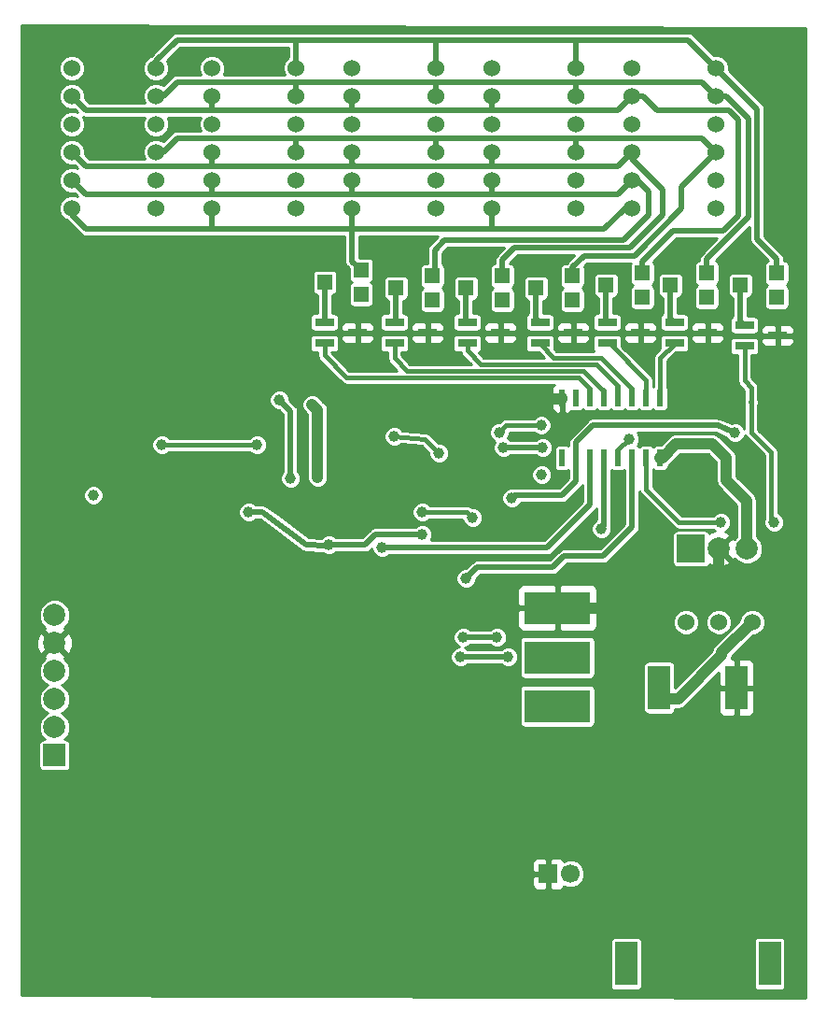
<source format=gbr>
G04 #@! TF.FileFunction,Copper,L2,Bot,Signal*
%FSLAX46Y46*%
G04 Gerber Fmt 4.6, Leading zero omitted, Abs format (unit mm)*
G04 Created by KiCad (PCBNEW 4.0.2+dfsg1-stable) date Pi  3. máj 2019, 19:30:47 CEST*
%MOMM*%
G01*
G04 APERTURE LIST*
%ADD10C,0.100000*%
%ADD11C,1.524000*%
%ADD12R,2.500000X2.500000*%
%ADD13C,2.000000*%
%ADD14R,1.800860X0.800100*%
%ADD15R,1.700000X1.700000*%
%ADD16C,1.700000*%
%ADD17R,2.000000X2.000000*%
%ADD18R,0.600000X1.500000*%
%ADD19R,1.400000X1.400000*%
%ADD20R,6.000000X3.000000*%
%ADD21R,2.000000X4.000000*%
%ADD22C,1.000000*%
%ADD23C,1.000000*%
%ADD24C,0.400000*%
%ADD25C,0.500000*%
%ADD26C,0.254000*%
G04 APERTURE END LIST*
D10*
D11*
X183594000Y-106712000D03*
X180594000Y-106712000D03*
X177594000Y-106712000D03*
D12*
X178054000Y-100076000D03*
D13*
X180594000Y-100076000D03*
X183134000Y-100076000D03*
D14*
X164360860Y-81468000D03*
X164360860Y-79568000D03*
X167363140Y-80518000D03*
X170456860Y-81468000D03*
X170456860Y-79568000D03*
X173459140Y-80518000D03*
X176552860Y-81468000D03*
X176552860Y-79568000D03*
X179555140Y-80518000D03*
X182902860Y-81722000D03*
X182902860Y-79822000D03*
X185905140Y-80772000D03*
X144802860Y-81468000D03*
X144802860Y-79568000D03*
X147805140Y-80518000D03*
X151152860Y-81468000D03*
X151152860Y-79568000D03*
X154155140Y-80518000D03*
X157756860Y-81468000D03*
X157756860Y-79568000D03*
X160759140Y-80518000D03*
D11*
X134620000Y-56515000D03*
X134620000Y-59055000D03*
X134620000Y-61595000D03*
X134620000Y-64135000D03*
X134620000Y-66675000D03*
X134620000Y-69215000D03*
X142240000Y-69215000D03*
X142240000Y-66675000D03*
X142240000Y-64135000D03*
X142240000Y-61595000D03*
X142240000Y-59055000D03*
X142240000Y-56515000D03*
X121920000Y-56515000D03*
X121920000Y-59055000D03*
X121920000Y-61595000D03*
X121920000Y-64135000D03*
X121920000Y-66675000D03*
X121920000Y-69215000D03*
X129540000Y-69215000D03*
X129540000Y-66675000D03*
X129540000Y-64135000D03*
X129540000Y-61595000D03*
X129540000Y-59055000D03*
X129540000Y-56515000D03*
D15*
X165100000Y-129540000D03*
D16*
X167100000Y-129540000D03*
D17*
X120318000Y-118788000D03*
D13*
X120318000Y-116248000D03*
X120318000Y-113708000D03*
X120318000Y-111168000D03*
X120318000Y-108628000D03*
X120318000Y-106088000D03*
D18*
X175260000Y-91854000D03*
X173990000Y-91854000D03*
X172720000Y-91854000D03*
X171450000Y-91854000D03*
X170180000Y-91854000D03*
X168910000Y-91854000D03*
X167640000Y-91854000D03*
X166370000Y-91854000D03*
X166370000Y-86454000D03*
X167640000Y-86454000D03*
X168910000Y-86454000D03*
X170180000Y-86454000D03*
X171450000Y-86454000D03*
X172720000Y-86454000D03*
X173990000Y-86454000D03*
X175260000Y-86454000D03*
D11*
X172720000Y-56515000D03*
X172720000Y-59055000D03*
X172720000Y-61595000D03*
X172720000Y-64135000D03*
X172720000Y-66675000D03*
X172720000Y-69215000D03*
X180340000Y-69215000D03*
X180340000Y-66675000D03*
X180340000Y-64135000D03*
X180340000Y-61595000D03*
X180340000Y-59055000D03*
X180340000Y-56515000D03*
X147320000Y-56515000D03*
X147320000Y-59055000D03*
X147320000Y-61595000D03*
X147320000Y-64135000D03*
X147320000Y-66675000D03*
X147320000Y-69215000D03*
X154940000Y-69215000D03*
X154940000Y-66675000D03*
X154940000Y-64135000D03*
X154940000Y-61595000D03*
X154940000Y-59055000D03*
X154940000Y-56515000D03*
X160020000Y-56515000D03*
X160020000Y-59055000D03*
X160020000Y-61595000D03*
X160020000Y-64135000D03*
X160020000Y-66675000D03*
X160020000Y-69215000D03*
X167640000Y-69215000D03*
X167640000Y-66675000D03*
X167640000Y-64135000D03*
X167640000Y-61595000D03*
X167640000Y-59055000D03*
X167640000Y-56515000D03*
D19*
X185850000Y-75100000D03*
X185850000Y-77300000D03*
X182550000Y-76200000D03*
X179500000Y-75100000D03*
X179500000Y-77300000D03*
X176200000Y-76200000D03*
X173658000Y-75100000D03*
X173658000Y-77300000D03*
X170358000Y-76200000D03*
X167308000Y-75354000D03*
X167308000Y-77554000D03*
X164008000Y-76454000D03*
X160958000Y-75354000D03*
X160958000Y-77554000D03*
X157658000Y-76454000D03*
X154608000Y-75354000D03*
X154608000Y-77554000D03*
X151308000Y-76454000D03*
X148131000Y-74846000D03*
X148131000Y-77046000D03*
X144831000Y-75946000D03*
D20*
X165936000Y-105438000D03*
X165936000Y-109938000D03*
X165936000Y-114338000D03*
D21*
X185180000Y-137684000D03*
X172180000Y-137684000D03*
X182180000Y-112684000D03*
X175180000Y-112684000D03*
D22*
X181278000Y-91864000D03*
X176706000Y-90594000D03*
X143686000Y-87038000D03*
X144194000Y-93642000D03*
X164514000Y-93388000D03*
X123825000Y-95250000D03*
X137160000Y-87630000D03*
X181483000Y-87884000D03*
X161036000Y-87249000D03*
X185596000Y-97706000D03*
X180770000Y-97706000D03*
X160450000Y-108120000D03*
X157402000Y-108120000D03*
X141732000Y-93726000D03*
X140716000Y-86614000D03*
X138684000Y-90678000D03*
X130048000Y-90678000D03*
X172466000Y-90170000D03*
X164465000Y-88900000D03*
X160655000Y-89535000D03*
X153670000Y-98806000D03*
X137922000Y-96774000D03*
X145210000Y-99738000D03*
X161798000Y-95504000D03*
X182040000Y-89578000D03*
X153670000Y-96774000D03*
X158242000Y-97282000D03*
X151130000Y-89916000D03*
X155194000Y-91440000D03*
X169926000Y-98298000D03*
X157656000Y-102786000D03*
X150036000Y-99992000D03*
X161466000Y-109898000D03*
X157148000Y-109898000D03*
X161036000Y-90932000D03*
X164592000Y-90932000D03*
D23*
X181278000Y-91864000D02*
X181278000Y-93896000D01*
X180008000Y-90594000D02*
X181278000Y-91864000D01*
X175446000Y-91854000D02*
X176706000Y-90594000D01*
X176706000Y-90594000D02*
X180008000Y-90594000D01*
X183134000Y-95752000D02*
X183134000Y-100076000D01*
X181278000Y-93896000D02*
X183134000Y-95752000D01*
X143686000Y-87038000D02*
X144194000Y-87546000D01*
X144194000Y-87546000D02*
X144194000Y-93642000D01*
X175260000Y-91854000D02*
X175446000Y-91854000D01*
X161036000Y-87249000D02*
X161798000Y-86487000D01*
X161798000Y-86487000D02*
X166337000Y-86487000D01*
X166337000Y-86487000D02*
X166370000Y-86454000D01*
X181483000Y-87884000D02*
X181229000Y-87884000D01*
X161036000Y-87249000D02*
X161163000Y-87376000D01*
X180594000Y-100076000D02*
X180594000Y-102362000D01*
X171168000Y-105438000D02*
X165936000Y-105438000D01*
X173228000Y-103378000D02*
X171168000Y-105438000D01*
X179578000Y-103378000D02*
X173228000Y-103378000D01*
X180594000Y-102362000D02*
X179578000Y-103378000D01*
D24*
X173990000Y-91854000D02*
X173990000Y-94736000D01*
X183515000Y-89529000D02*
X183515000Y-86868000D01*
X185342000Y-91356000D02*
X183515000Y-89529000D01*
X185342000Y-97452000D02*
X185342000Y-91356000D01*
X185596000Y-97706000D02*
X185342000Y-97452000D01*
X176960000Y-97706000D02*
X180770000Y-97706000D01*
X173990000Y-94736000D02*
X176960000Y-97706000D01*
X183515000Y-86868000D02*
X183515000Y-85471000D01*
X182902860Y-84858860D02*
X182902860Y-81722000D01*
X183515000Y-85471000D02*
X182902860Y-84858860D01*
D25*
X183515000Y-86741000D02*
X183515000Y-86868000D01*
D24*
X176552860Y-81468000D02*
X176552860Y-81511140D01*
X176552860Y-81511140D02*
X175260000Y-82804000D01*
X175260000Y-82804000D02*
X175260000Y-86454000D01*
X170456860Y-81468000D02*
X170622000Y-81468000D01*
X170622000Y-81468000D02*
X173990000Y-84836000D01*
X173990000Y-84836000D02*
X173990000Y-86454000D01*
D25*
X157402000Y-108120000D02*
X160450000Y-108120000D01*
D24*
X164360860Y-81468000D02*
X164360860Y-81534854D01*
X164360860Y-81534854D02*
X165608000Y-82781994D01*
X165608000Y-82781994D02*
X169903994Y-82781994D01*
X169903994Y-82781994D02*
X172720000Y-85598000D01*
X172720000Y-85598000D02*
X172720000Y-86454000D01*
D25*
X141732000Y-87630000D02*
X140716000Y-86614000D01*
X141732000Y-93726000D02*
X141732000Y-87630000D01*
D24*
X157756860Y-81468000D02*
X157756860Y-82134856D01*
D25*
X171450000Y-85344000D02*
X171450000Y-86454000D01*
D24*
X169487996Y-83381996D02*
X171450000Y-85344000D01*
X159004000Y-83381996D02*
X169487996Y-83381996D01*
X157756860Y-82134856D02*
X159004000Y-83381996D01*
D25*
X171450000Y-86454000D02*
X171450000Y-85766936D01*
D24*
X151152860Y-81468000D02*
X151152860Y-82826860D01*
X168309998Y-83981998D02*
X170180000Y-85852000D01*
X152307998Y-83981998D02*
X168309998Y-83981998D01*
X151152860Y-82826860D02*
X152307998Y-83981998D01*
X170180000Y-85852000D02*
X170180000Y-86454000D01*
D25*
X170180000Y-86454000D02*
X170180000Y-85725000D01*
X170180000Y-86454000D02*
X170180000Y-85750400D01*
X170180000Y-86454000D02*
X170180000Y-85852000D01*
D24*
X168910000Y-86454000D02*
X168910000Y-85598000D01*
X144802860Y-82572860D02*
X144802860Y-81468000D01*
X146812000Y-84582000D02*
X144802860Y-82572860D01*
X167894000Y-84582000D02*
X146812000Y-84582000D01*
X168910000Y-85598000D02*
X167894000Y-84582000D01*
D25*
X168910000Y-86454000D02*
X168910000Y-85725000D01*
X168910000Y-86454000D02*
X168910000Y-85852000D01*
X185850000Y-75100000D02*
X185850000Y-73830000D01*
X184072000Y-60247000D02*
X180340000Y-56515000D01*
X184072000Y-72052000D02*
X184072000Y-60247000D01*
X185850000Y-73830000D02*
X184072000Y-72052000D01*
X142240000Y-56515000D02*
X142240000Y-53975000D01*
X154940000Y-55880000D02*
X154940000Y-53975000D01*
X167640000Y-56515000D02*
X167640000Y-53975000D01*
X131445000Y-53975000D02*
X142240000Y-53975000D01*
X142240000Y-53975000D02*
X154940000Y-53975000D01*
X154940000Y-53975000D02*
X167640000Y-53975000D01*
X167640000Y-53975000D02*
X177800000Y-53975000D01*
X154940000Y-56515000D02*
X154940000Y-55880000D01*
X129540000Y-56515000D02*
X129540000Y-55880000D01*
X129540000Y-55880000D02*
X131445000Y-53975000D01*
X177800000Y-53975000D02*
X180340000Y-56515000D01*
X180340000Y-59055000D02*
X181235000Y-59055000D01*
X179500000Y-73830000D02*
X179500000Y-75100000D01*
X183310000Y-70020000D02*
X179500000Y-73830000D01*
X183310000Y-61130000D02*
X183310000Y-70020000D01*
X181235000Y-59055000D02*
X183310000Y-61130000D01*
X179070000Y-57785000D02*
X180340000Y-59055000D01*
X129540000Y-59055000D02*
X130175000Y-59055000D01*
X130175000Y-59055000D02*
X131445000Y-57785000D01*
X142240000Y-59055000D02*
X142240000Y-57785000D01*
X167640000Y-59055000D02*
X167640000Y-57785000D01*
X131445000Y-57785000D02*
X142240000Y-57785000D01*
X167640000Y-57785000D02*
X179070000Y-57785000D01*
X154940000Y-59055000D02*
X154940000Y-57785000D01*
X142240000Y-57785000D02*
X154940000Y-57785000D01*
X154940000Y-57785000D02*
X167640000Y-57785000D01*
X173658000Y-75100000D02*
X173658000Y-74084000D01*
X176452000Y-71290000D02*
X181024000Y-71290000D01*
X173658000Y-74084000D02*
X176452000Y-71290000D01*
X172720000Y-59055000D02*
X173736000Y-59055000D01*
X182372000Y-69942000D02*
X181024000Y-71290000D01*
X182372000Y-61214000D02*
X182372000Y-69942000D01*
X181483000Y-60325000D02*
X182372000Y-61214000D01*
X175006000Y-60325000D02*
X181483000Y-60325000D01*
X173736000Y-59055000D02*
X175006000Y-60325000D01*
X171450000Y-60325000D02*
X172720000Y-59055000D01*
X147320000Y-59055000D02*
X147320000Y-60325000D01*
X147320000Y-60325000D02*
X160020000Y-60325000D01*
X121920000Y-59055000D02*
X123190000Y-60325000D01*
X160020000Y-59055000D02*
X160020000Y-60325000D01*
X160020000Y-60325000D02*
X171450000Y-60325000D01*
X134620000Y-59055000D02*
X134620000Y-60325000D01*
X123190000Y-60325000D02*
X134620000Y-60325000D01*
X134620000Y-60325000D02*
X147320000Y-60325000D01*
X167308000Y-75354000D02*
X167308000Y-74592000D01*
X177214000Y-67261000D02*
X180340000Y-64135000D01*
X177214000Y-69258000D02*
X177214000Y-67261000D01*
X172935996Y-73536004D02*
X177214000Y-69258000D01*
X168363996Y-73536004D02*
X172935996Y-73536004D01*
X167308000Y-74592000D02*
X168363996Y-73536004D01*
X142240000Y-64135000D02*
X142240000Y-62865000D01*
X154940000Y-64135000D02*
X154940000Y-62865000D01*
X167640000Y-64135000D02*
X167640000Y-62865000D01*
X131445000Y-62865000D02*
X142240000Y-62865000D01*
X142240000Y-62865000D02*
X154940000Y-62865000D01*
X154940000Y-62865000D02*
X167640000Y-62865000D01*
X167640000Y-62865000D02*
X177800000Y-62865000D01*
X177800000Y-62865000D02*
X179070000Y-62865000D01*
X129540000Y-64135000D02*
X130175000Y-64135000D01*
X130175000Y-64135000D02*
X131445000Y-62865000D01*
X179070000Y-62865000D02*
X180340000Y-64135000D01*
X160958000Y-75354000D02*
X160958000Y-73930002D01*
X172527998Y-72836002D02*
X175514000Y-69850000D01*
X162052000Y-72836002D02*
X172527998Y-72836002D01*
X160958000Y-73930002D02*
X162052000Y-72836002D01*
X172720000Y-64135000D02*
X172720000Y-64770000D01*
X172720000Y-64770000D02*
X175514000Y-67564000D01*
X175514000Y-67564000D02*
X175514000Y-69850000D01*
X134620000Y-64135000D02*
X134620000Y-65405000D01*
X147320000Y-64135000D02*
X147320000Y-65212998D01*
X147574000Y-65466998D02*
X147574000Y-65405000D01*
X147320000Y-65212998D02*
X147574000Y-65466998D01*
X160020000Y-64135000D02*
X160020000Y-65405000D01*
X121920000Y-64135000D02*
X123190000Y-65405000D01*
X171450000Y-65405000D02*
X172720000Y-64135000D01*
X123190000Y-65405000D02*
X134620000Y-65405000D01*
X134620000Y-65405000D02*
X147574000Y-65405000D01*
X147574000Y-65405000D02*
X160020000Y-65405000D01*
X160020000Y-65405000D02*
X171450000Y-65405000D01*
X154813000Y-75149000D02*
X154813000Y-73025000D01*
X174244000Y-67691000D02*
X174244000Y-69850000D01*
X174244000Y-69850000D02*
X171958000Y-72136000D01*
X171958000Y-72136000D02*
X155702000Y-72136000D01*
X155702000Y-72136000D02*
X154813000Y-73025000D01*
X174244000Y-67691000D02*
X173228000Y-66675000D01*
X154813000Y-75149000D02*
X154608000Y-75354000D01*
X172720000Y-66675000D02*
X173228000Y-66675000D01*
X163195000Y-67945000D02*
X171450000Y-67945000D01*
X134620000Y-66675000D02*
X134620000Y-67945000D01*
X147320000Y-66675000D02*
X147320000Y-67945000D01*
X160020000Y-66675000D02*
X160020000Y-67945000D01*
X121920000Y-66675000D02*
X123190000Y-67945000D01*
X171450000Y-67945000D02*
X172720000Y-66675000D01*
X123190000Y-67945000D02*
X134620000Y-67945000D01*
X134620000Y-67945000D02*
X147320000Y-67945000D01*
X147320000Y-67945000D02*
X160020000Y-67945000D01*
X160020000Y-67945000D02*
X163195000Y-67945000D01*
X147320000Y-71120000D02*
X147320000Y-74035000D01*
X147320000Y-74035000D02*
X148131000Y-74846000D01*
X147320000Y-71120000D02*
X154940000Y-71120000D01*
X154940000Y-71120000D02*
X158115000Y-71120000D01*
X158115000Y-71120000D02*
X160020000Y-71120000D01*
X134620000Y-71120000D02*
X147320000Y-71120000D01*
X160020000Y-69215000D02*
X160020000Y-71120000D01*
X160020000Y-71120000D02*
X170180000Y-71120000D01*
X170180000Y-71120000D02*
X172085000Y-69215000D01*
X172085000Y-69215000D02*
X172720000Y-69215000D01*
X147320000Y-69215000D02*
X147320000Y-71120000D01*
X134620000Y-69215000D02*
X134620000Y-71120000D01*
X121920000Y-69215000D02*
X121920000Y-69850000D01*
X121920000Y-69850000D02*
X123190000Y-71120000D01*
X123190000Y-71120000D02*
X134620000Y-71120000D01*
D24*
X130048000Y-90678000D02*
X138684000Y-90678000D01*
X171450000Y-91854000D02*
X171450000Y-91124002D01*
X171450000Y-91124002D02*
X172404002Y-90170000D01*
X172404002Y-90170000D02*
X172466000Y-90170000D01*
X161290000Y-88900000D02*
X164465000Y-88900000D01*
X160655000Y-89535000D02*
X161290000Y-88900000D01*
D25*
X145210000Y-99738000D02*
X145464000Y-99738000D01*
X149860000Y-98806000D02*
X153670000Y-98806000D01*
X149444000Y-98806000D02*
X149860000Y-98806000D01*
X148512000Y-99738000D02*
X149444000Y-98806000D01*
X147496000Y-99738000D02*
X148512000Y-99738000D01*
X145464000Y-99738000D02*
X147496000Y-99738000D01*
X143178000Y-99738000D02*
X139192000Y-96774000D01*
X139192000Y-96774000D02*
X137922000Y-96774000D01*
X145126000Y-99822000D02*
X143178000Y-99738000D01*
X145210000Y-99738000D02*
X145126000Y-99822000D01*
X161798000Y-95504000D02*
X162052000Y-95250000D01*
X162052000Y-95250000D02*
X166370000Y-95250000D01*
X166370000Y-95250000D02*
X167640000Y-93980000D01*
X167640000Y-93980000D02*
X167640000Y-91854000D01*
X167640000Y-91854000D02*
X167640000Y-90424000D01*
X180467000Y-88900000D02*
X182040000Y-89578000D01*
X169164000Y-88900000D02*
X180467000Y-88900000D01*
X167640000Y-90424000D02*
X169164000Y-88900000D01*
D24*
X157734000Y-96774000D02*
X153670000Y-96774000D01*
X158242000Y-97282000D02*
X157734000Y-96774000D01*
X153924000Y-90170000D02*
X151130000Y-89916000D01*
X155194000Y-91440000D02*
X153924000Y-90170000D01*
D25*
X170180000Y-98044000D02*
X170180000Y-91854000D01*
X169926000Y-98298000D02*
X170180000Y-98044000D01*
X165530000Y-101770000D02*
X166546000Y-100754000D01*
X158672000Y-101770000D02*
X165530000Y-101770000D01*
X157656000Y-102786000D02*
X158672000Y-101770000D01*
X172720000Y-98136000D02*
X172720000Y-91854000D01*
X170102000Y-100754000D02*
X172720000Y-98136000D01*
X166546000Y-100754000D02*
X170102000Y-100754000D01*
X172720000Y-91854000D02*
X172720000Y-92556952D01*
X168910000Y-96104000D02*
X168910000Y-91854000D01*
X165022000Y-99992000D02*
X168910000Y-96104000D01*
X150036000Y-99992000D02*
X165022000Y-99992000D01*
X157148000Y-109898000D02*
X161466000Y-109898000D01*
X164592000Y-90932000D02*
X161036000Y-90932000D01*
X182550000Y-76200000D02*
X182550000Y-79469140D01*
X182550000Y-79469140D02*
X182902860Y-79822000D01*
X176200000Y-76200000D02*
X176200000Y-79215140D01*
X176200000Y-79215140D02*
X176552860Y-79568000D01*
X170358000Y-76200000D02*
X170358000Y-79469140D01*
X170358000Y-79469140D02*
X170456860Y-79568000D01*
X164008000Y-76454000D02*
X164008000Y-79215140D01*
X164008000Y-79215140D02*
X164360860Y-79568000D01*
X157658000Y-76454000D02*
X157658000Y-79469140D01*
X157658000Y-79469140D02*
X157756860Y-79568000D01*
X151308000Y-76454000D02*
X151308000Y-79412860D01*
X151308000Y-79412860D02*
X151152860Y-79568000D01*
X144831000Y-75946000D02*
X144831000Y-79539860D01*
X144831000Y-79539860D02*
X144802860Y-79568000D01*
D23*
X180594000Y-106712000D02*
X180562000Y-106712000D01*
X175180000Y-113684000D02*
X176892000Y-113684000D01*
X180848000Y-109458000D02*
X183594000Y-106712000D01*
X180848000Y-109728000D02*
X180848000Y-109458000D01*
X176892000Y-113684000D02*
X180848000Y-109728000D01*
X175180000Y-113684000D02*
X176130000Y-113684000D01*
D26*
G36*
X187258500Y-52933599D02*
X187258960Y-52933600D01*
X188401960Y-52933600D01*
X188401960Y-140817147D01*
X117281960Y-140564051D01*
X117281960Y-135684000D01*
X170744635Y-135684000D01*
X170744635Y-139684000D01*
X170774409Y-139842237D01*
X170867927Y-139987567D01*
X171010619Y-140085064D01*
X171180000Y-140119365D01*
X173180000Y-140119365D01*
X173338237Y-140089591D01*
X173483567Y-139996073D01*
X173581064Y-139853381D01*
X173615365Y-139684000D01*
X173615365Y-135684000D01*
X183744635Y-135684000D01*
X183744635Y-139684000D01*
X183774409Y-139842237D01*
X183867927Y-139987567D01*
X184010619Y-140085064D01*
X184180000Y-140119365D01*
X186180000Y-140119365D01*
X186338237Y-140089591D01*
X186483567Y-139996073D01*
X186581064Y-139853381D01*
X186615365Y-139684000D01*
X186615365Y-135684000D01*
X186585591Y-135525763D01*
X186492073Y-135380433D01*
X186349381Y-135282936D01*
X186180000Y-135248635D01*
X184180000Y-135248635D01*
X184021763Y-135278409D01*
X183876433Y-135371927D01*
X183778936Y-135514619D01*
X183744635Y-135684000D01*
X173615365Y-135684000D01*
X173585591Y-135525763D01*
X173492073Y-135380433D01*
X173349381Y-135282936D01*
X173180000Y-135248635D01*
X171180000Y-135248635D01*
X171021763Y-135278409D01*
X170876433Y-135371927D01*
X170778936Y-135514619D01*
X170744635Y-135684000D01*
X117281960Y-135684000D01*
X117281960Y-129825750D01*
X163615000Y-129825750D01*
X163615000Y-130516309D01*
X163711673Y-130749698D01*
X163890301Y-130928327D01*
X164123690Y-131025000D01*
X164814250Y-131025000D01*
X164973000Y-130866250D01*
X164973000Y-129667000D01*
X163773750Y-129667000D01*
X163615000Y-129825750D01*
X117281960Y-129825750D01*
X117281960Y-128563691D01*
X163615000Y-128563691D01*
X163615000Y-129254250D01*
X163773750Y-129413000D01*
X164973000Y-129413000D01*
X164973000Y-128213750D01*
X165227000Y-128213750D01*
X165227000Y-129413000D01*
X165247000Y-129413000D01*
X165247000Y-129667000D01*
X165227000Y-129667000D01*
X165227000Y-130866250D01*
X165385750Y-131025000D01*
X166076310Y-131025000D01*
X166309699Y-130928327D01*
X166488327Y-130749698D01*
X166516944Y-130680610D01*
X166844875Y-130816778D01*
X167352897Y-130817221D01*
X167822417Y-130623219D01*
X168181957Y-130264307D01*
X168376778Y-129795125D01*
X168377221Y-129287103D01*
X168183219Y-128817583D01*
X167824307Y-128458043D01*
X167355125Y-128263222D01*
X166847103Y-128262779D01*
X166516876Y-128399226D01*
X166488327Y-128330302D01*
X166309699Y-128151673D01*
X166076310Y-128055000D01*
X165385750Y-128055000D01*
X165227000Y-128213750D01*
X164973000Y-128213750D01*
X164814250Y-128055000D01*
X164123690Y-128055000D01*
X163890301Y-128151673D01*
X163711673Y-128330302D01*
X163615000Y-128563691D01*
X117281960Y-128563691D01*
X117281960Y-117788000D01*
X118882635Y-117788000D01*
X118882635Y-119788000D01*
X118912409Y-119946237D01*
X119005927Y-120091567D01*
X119148619Y-120189064D01*
X119318000Y-120223365D01*
X121318000Y-120223365D01*
X121476237Y-120193591D01*
X121621567Y-120100073D01*
X121719064Y-119957381D01*
X121753365Y-119788000D01*
X121753365Y-117788000D01*
X121723591Y-117629763D01*
X121630073Y-117484433D01*
X121487381Y-117386936D01*
X121318000Y-117352635D01*
X121231282Y-117352635D01*
X121527047Y-117057386D01*
X121744752Y-116533093D01*
X121745248Y-115965397D01*
X121528457Y-115440725D01*
X121127386Y-115038953D01*
X120980882Y-114978119D01*
X121125275Y-114918457D01*
X121527047Y-114517386D01*
X121744752Y-113993093D01*
X121745248Y-113425397D01*
X121528457Y-112900725D01*
X121465842Y-112838000D01*
X162500635Y-112838000D01*
X162500635Y-115838000D01*
X162530409Y-115996237D01*
X162623927Y-116141567D01*
X162766619Y-116239064D01*
X162936000Y-116273365D01*
X168936000Y-116273365D01*
X169094237Y-116243591D01*
X169239567Y-116150073D01*
X169337064Y-116007381D01*
X169371365Y-115838000D01*
X169371365Y-112838000D01*
X169341591Y-112679763D01*
X169248073Y-112534433D01*
X169105381Y-112436936D01*
X168936000Y-112402635D01*
X162936000Y-112402635D01*
X162777763Y-112432409D01*
X162632433Y-112525927D01*
X162534936Y-112668619D01*
X162500635Y-112838000D01*
X121465842Y-112838000D01*
X121127386Y-112498953D01*
X120980882Y-112438119D01*
X121125275Y-112378457D01*
X121527047Y-111977386D01*
X121744752Y-111453093D01*
X121745248Y-110885397D01*
X121528457Y-110360725D01*
X121249803Y-110081583D01*
X156220839Y-110081583D01*
X156361669Y-110422417D01*
X156622211Y-110683414D01*
X156962799Y-110824839D01*
X157331583Y-110825161D01*
X157672417Y-110684331D01*
X157781939Y-110575000D01*
X160831986Y-110575000D01*
X160940211Y-110683414D01*
X161280799Y-110824839D01*
X161649583Y-110825161D01*
X161990417Y-110684331D01*
X162251414Y-110423789D01*
X162392839Y-110083201D01*
X162393161Y-109714417D01*
X162252331Y-109373583D01*
X161991789Y-109112586D01*
X161651201Y-108971161D01*
X161282417Y-108970839D01*
X160941583Y-109111669D01*
X160832061Y-109221000D01*
X157782014Y-109221000D01*
X157673789Y-109112586D01*
X157516083Y-109047100D01*
X157585583Y-109047161D01*
X157926417Y-108906331D01*
X158035939Y-108797000D01*
X159815986Y-108797000D01*
X159924211Y-108905414D01*
X160264799Y-109046839D01*
X160633583Y-109047161D01*
X160974417Y-108906331D01*
X161235414Y-108645789D01*
X161321695Y-108438000D01*
X162500635Y-108438000D01*
X162500635Y-111438000D01*
X162530409Y-111596237D01*
X162623927Y-111741567D01*
X162766619Y-111839064D01*
X162936000Y-111873365D01*
X168936000Y-111873365D01*
X169094237Y-111843591D01*
X169239567Y-111750073D01*
X169337064Y-111607381D01*
X169371365Y-111438000D01*
X169371365Y-110684000D01*
X173744635Y-110684000D01*
X173744635Y-114684000D01*
X173774409Y-114842237D01*
X173867927Y-114987567D01*
X174010619Y-115085064D01*
X174180000Y-115119365D01*
X176180000Y-115119365D01*
X176338237Y-115089591D01*
X176483567Y-114996073D01*
X176581064Y-114853381D01*
X176615365Y-114684000D01*
X176615365Y-114611000D01*
X176892000Y-114611000D01*
X177246748Y-114540436D01*
X177547488Y-114339488D01*
X178917226Y-112969750D01*
X180545000Y-112969750D01*
X180545000Y-114810309D01*
X180641673Y-115043698D01*
X180820301Y-115222327D01*
X181053690Y-115319000D01*
X181894250Y-115319000D01*
X182053000Y-115160250D01*
X182053000Y-112811000D01*
X182307000Y-112811000D01*
X182307000Y-115160250D01*
X182465750Y-115319000D01*
X183306310Y-115319000D01*
X183539699Y-115222327D01*
X183718327Y-115043698D01*
X183815000Y-114810309D01*
X183815000Y-112969750D01*
X183656250Y-112811000D01*
X182307000Y-112811000D01*
X182053000Y-112811000D01*
X180703750Y-112811000D01*
X180545000Y-112969750D01*
X178917226Y-112969750D01*
X180545000Y-111341976D01*
X180545000Y-112398250D01*
X180703750Y-112557000D01*
X182053000Y-112557000D01*
X182053000Y-110207750D01*
X182307000Y-110207750D01*
X182307000Y-112557000D01*
X183656250Y-112557000D01*
X183815000Y-112398250D01*
X183815000Y-110557691D01*
X183718327Y-110324302D01*
X183539699Y-110145673D01*
X183306310Y-110049000D01*
X182465750Y-110049000D01*
X182307000Y-110207750D01*
X182053000Y-110207750D01*
X181894250Y-110049000D01*
X181711150Y-110049000D01*
X181746700Y-109870276D01*
X183715869Y-107901107D01*
X183829469Y-107901206D01*
X184266635Y-107720573D01*
X184601397Y-107386394D01*
X184782793Y-106949544D01*
X184783206Y-106476531D01*
X184602573Y-106039365D01*
X184268394Y-105704603D01*
X183831544Y-105523207D01*
X183358531Y-105522794D01*
X182921365Y-105703427D01*
X182586603Y-106037606D01*
X182405207Y-106474456D01*
X182405106Y-106589918D01*
X180192512Y-108802512D01*
X179991564Y-109103252D01*
X179949301Y-109315723D01*
X176615365Y-112649659D01*
X176615365Y-110684000D01*
X176585591Y-110525763D01*
X176492073Y-110380433D01*
X176349381Y-110282936D01*
X176180000Y-110248635D01*
X174180000Y-110248635D01*
X174021763Y-110278409D01*
X173876433Y-110371927D01*
X173778936Y-110514619D01*
X173744635Y-110684000D01*
X169371365Y-110684000D01*
X169371365Y-108438000D01*
X169341591Y-108279763D01*
X169248073Y-108134433D01*
X169105381Y-108036936D01*
X168936000Y-108002635D01*
X162936000Y-108002635D01*
X162777763Y-108032409D01*
X162632433Y-108125927D01*
X162534936Y-108268619D01*
X162500635Y-108438000D01*
X161321695Y-108438000D01*
X161376839Y-108305201D01*
X161377161Y-107936417D01*
X161236331Y-107595583D01*
X160975789Y-107334586D01*
X160635201Y-107193161D01*
X160266417Y-107192839D01*
X159925583Y-107333669D01*
X159816061Y-107443000D01*
X158036014Y-107443000D01*
X157927789Y-107334586D01*
X157587201Y-107193161D01*
X157218417Y-107192839D01*
X156877583Y-107333669D01*
X156616586Y-107594211D01*
X156475161Y-107934799D01*
X156474839Y-108303583D01*
X156615669Y-108644417D01*
X156876211Y-108905414D01*
X157033917Y-108970900D01*
X156964417Y-108970839D01*
X156623583Y-109111669D01*
X156362586Y-109372211D01*
X156221161Y-109712799D01*
X156220839Y-110081583D01*
X121249803Y-110081583D01*
X121198589Y-110030280D01*
X121290927Y-109780532D01*
X120318000Y-108807605D01*
X119345073Y-109780532D01*
X119437532Y-110030608D01*
X119108953Y-110358614D01*
X118891248Y-110882907D01*
X118890752Y-111450603D01*
X119107543Y-111975275D01*
X119508614Y-112377047D01*
X119655118Y-112437881D01*
X119510725Y-112497543D01*
X119108953Y-112898614D01*
X118891248Y-113422907D01*
X118890752Y-113990603D01*
X119107543Y-114515275D01*
X119508614Y-114917047D01*
X119655118Y-114977881D01*
X119510725Y-115037543D01*
X119108953Y-115438614D01*
X118891248Y-115962907D01*
X118890752Y-116530603D01*
X119107543Y-117055275D01*
X119404384Y-117352635D01*
X119318000Y-117352635D01*
X119159763Y-117382409D01*
X119014433Y-117475927D01*
X118916936Y-117618619D01*
X118882635Y-117788000D01*
X117281960Y-117788000D01*
X117281960Y-108363461D01*
X118672092Y-108363461D01*
X118696144Y-109013460D01*
X118898613Y-109502264D01*
X119165468Y-109600927D01*
X120138395Y-108628000D01*
X120497605Y-108628000D01*
X121470532Y-109600927D01*
X121737387Y-109502264D01*
X121963908Y-108892539D01*
X121939856Y-108242540D01*
X121737387Y-107753736D01*
X121470532Y-107655073D01*
X120497605Y-108628000D01*
X120138395Y-108628000D01*
X119165468Y-107655073D01*
X118898613Y-107753736D01*
X118672092Y-108363461D01*
X117281960Y-108363461D01*
X117281960Y-106370603D01*
X118890752Y-106370603D01*
X119107543Y-106895275D01*
X119437411Y-107225720D01*
X119345073Y-107475468D01*
X120318000Y-108448395D01*
X121290927Y-107475468D01*
X121198468Y-107225392D01*
X121527047Y-106897386D01*
X121744752Y-106373093D01*
X121745248Y-105805397D01*
X121711512Y-105723750D01*
X162301000Y-105723750D01*
X162301000Y-107064309D01*
X162397673Y-107297698D01*
X162576301Y-107476327D01*
X162809690Y-107573000D01*
X165650250Y-107573000D01*
X165809000Y-107414250D01*
X165809000Y-105565000D01*
X166063000Y-105565000D01*
X166063000Y-107414250D01*
X166221750Y-107573000D01*
X169062310Y-107573000D01*
X169295699Y-107476327D01*
X169474327Y-107297698D01*
X169571000Y-107064309D01*
X169571000Y-106947469D01*
X176404794Y-106947469D01*
X176585427Y-107384635D01*
X176919606Y-107719397D01*
X177356456Y-107900793D01*
X177829469Y-107901206D01*
X178266635Y-107720573D01*
X178601397Y-107386394D01*
X178782793Y-106949544D01*
X178782794Y-106947469D01*
X179404794Y-106947469D01*
X179585427Y-107384635D01*
X179919606Y-107719397D01*
X180356456Y-107900793D01*
X180829469Y-107901206D01*
X181266635Y-107720573D01*
X181601397Y-107386394D01*
X181782793Y-106949544D01*
X181783206Y-106476531D01*
X181602573Y-106039365D01*
X181268394Y-105704603D01*
X180831544Y-105523207D01*
X180358531Y-105522794D01*
X179921365Y-105703427D01*
X179586603Y-106037606D01*
X179405207Y-106474456D01*
X179404794Y-106947469D01*
X178782794Y-106947469D01*
X178783206Y-106476531D01*
X178602573Y-106039365D01*
X178268394Y-105704603D01*
X177831544Y-105523207D01*
X177358531Y-105522794D01*
X176921365Y-105703427D01*
X176586603Y-106037606D01*
X176405207Y-106474456D01*
X176404794Y-106947469D01*
X169571000Y-106947469D01*
X169571000Y-105723750D01*
X169412250Y-105565000D01*
X166063000Y-105565000D01*
X165809000Y-105565000D01*
X162459750Y-105565000D01*
X162301000Y-105723750D01*
X121711512Y-105723750D01*
X121528457Y-105280725D01*
X121127386Y-104878953D01*
X120603093Y-104661248D01*
X120035397Y-104660752D01*
X119510725Y-104877543D01*
X119108953Y-105278614D01*
X118891248Y-105802907D01*
X118890752Y-106370603D01*
X117281960Y-106370603D01*
X117281960Y-103811691D01*
X162301000Y-103811691D01*
X162301000Y-105152250D01*
X162459750Y-105311000D01*
X165809000Y-105311000D01*
X165809000Y-103461750D01*
X166063000Y-103461750D01*
X166063000Y-105311000D01*
X169412250Y-105311000D01*
X169571000Y-105152250D01*
X169571000Y-103811691D01*
X169474327Y-103578302D01*
X169295699Y-103399673D01*
X169062310Y-103303000D01*
X166221750Y-103303000D01*
X166063000Y-103461750D01*
X165809000Y-103461750D01*
X165650250Y-103303000D01*
X162809690Y-103303000D01*
X162576301Y-103399673D01*
X162397673Y-103578302D01*
X162301000Y-103811691D01*
X117281960Y-103811691D01*
X117281960Y-96957583D01*
X136994839Y-96957583D01*
X137135669Y-97298417D01*
X137396211Y-97559414D01*
X137736799Y-97700839D01*
X138105583Y-97701161D01*
X138446417Y-97560331D01*
X138555939Y-97451000D01*
X138967877Y-97451000D01*
X142774028Y-100281264D01*
X142836466Y-100310891D01*
X142892218Y-100351724D01*
X142954630Y-100366961D01*
X143012677Y-100394504D01*
X143081701Y-100397982D01*
X143148834Y-100414371D01*
X144639526Y-100478651D01*
X144684211Y-100523414D01*
X145024799Y-100664839D01*
X145393583Y-100665161D01*
X145734417Y-100524331D01*
X145843939Y-100415000D01*
X148512000Y-100415000D01*
X148771077Y-100363466D01*
X148990711Y-100216711D01*
X149108906Y-100098516D01*
X149108839Y-100175583D01*
X149249669Y-100516417D01*
X149510211Y-100777414D01*
X149850799Y-100918839D01*
X150219583Y-100919161D01*
X150560417Y-100778331D01*
X150669939Y-100669000D01*
X165022000Y-100669000D01*
X165281077Y-100617466D01*
X165500711Y-100470711D01*
X169388711Y-96582712D01*
X169462089Y-96472894D01*
X169503000Y-96411666D01*
X169503000Y-97469764D01*
X169401583Y-97511669D01*
X169140586Y-97772211D01*
X168999161Y-98112799D01*
X168998839Y-98481583D01*
X169139669Y-98822417D01*
X169400211Y-99083414D01*
X169740799Y-99224839D01*
X170109583Y-99225161D01*
X170450417Y-99084331D01*
X170711414Y-98823789D01*
X170852839Y-98483201D01*
X170853161Y-98114417D01*
X170846297Y-98097806D01*
X170857000Y-98044000D01*
X170857000Y-92920599D01*
X170980619Y-93005064D01*
X171150000Y-93039365D01*
X171750000Y-93039365D01*
X171908237Y-93009591D01*
X172043000Y-92922873D01*
X172043000Y-97855578D01*
X169821578Y-100077000D01*
X166546000Y-100077000D01*
X166286923Y-100128534D01*
X166154957Y-100216711D01*
X166067289Y-100275289D01*
X165249578Y-101093000D01*
X158672000Y-101093000D01*
X158412923Y-101144534D01*
X158280957Y-101232711D01*
X158193289Y-101291289D01*
X157625605Y-101858973D01*
X157472417Y-101858839D01*
X157131583Y-101999669D01*
X156870586Y-102260211D01*
X156729161Y-102600799D01*
X156728839Y-102969583D01*
X156869669Y-103310417D01*
X157130211Y-103571414D01*
X157470799Y-103712839D01*
X157839583Y-103713161D01*
X158180417Y-103572331D01*
X158441414Y-103311789D01*
X158582839Y-102971201D01*
X158582974Y-102816448D01*
X158952422Y-102447000D01*
X165530000Y-102447000D01*
X165789077Y-102395466D01*
X166008711Y-102248711D01*
X166826422Y-101431000D01*
X170102000Y-101431000D01*
X170361077Y-101379466D01*
X170580711Y-101232711D01*
X173198711Y-98614711D01*
X173345466Y-98395077D01*
X173397000Y-98136000D01*
X173397000Y-94906928D01*
X173410728Y-94975943D01*
X173546644Y-95179356D01*
X176516644Y-98149356D01*
X176720057Y-98285272D01*
X176960000Y-98333000D01*
X180086073Y-98333000D01*
X180207455Y-98454594D01*
X179719736Y-98656613D01*
X179711622Y-98678558D01*
X179709591Y-98667763D01*
X179616073Y-98522433D01*
X179473381Y-98424936D01*
X179304000Y-98390635D01*
X176804000Y-98390635D01*
X176645763Y-98420409D01*
X176500433Y-98513927D01*
X176402936Y-98656619D01*
X176368635Y-98826000D01*
X176368635Y-101326000D01*
X176398409Y-101484237D01*
X176491927Y-101629567D01*
X176634619Y-101727064D01*
X176804000Y-101761365D01*
X179304000Y-101761365D01*
X179462237Y-101731591D01*
X179607567Y-101638073D01*
X179705064Y-101495381D01*
X179710255Y-101469745D01*
X179719736Y-101495387D01*
X180329461Y-101721908D01*
X180979460Y-101697856D01*
X181468264Y-101495387D01*
X181566927Y-101228532D01*
X180594000Y-100255605D01*
X180579858Y-100269748D01*
X180400253Y-100090143D01*
X180414395Y-100076000D01*
X180400253Y-100061858D01*
X180579858Y-99882253D01*
X180594000Y-99896395D01*
X181566927Y-98923468D01*
X181468264Y-98656613D01*
X181167369Y-98544826D01*
X181294417Y-98492331D01*
X181555414Y-98231789D01*
X181696839Y-97891201D01*
X181697161Y-97522417D01*
X181556331Y-97181583D01*
X181295789Y-96920586D01*
X180955201Y-96779161D01*
X180586417Y-96778839D01*
X180245583Y-96919669D01*
X180085974Y-97079000D01*
X177219712Y-97079000D01*
X174617000Y-94476288D01*
X174617000Y-92881778D01*
X174624381Y-92870975D01*
X174647927Y-92907567D01*
X174790619Y-93005064D01*
X174960000Y-93039365D01*
X175560000Y-93039365D01*
X175718237Y-93009591D01*
X175863567Y-92916073D01*
X175961064Y-92773381D01*
X175995365Y-92604000D01*
X175995365Y-92580397D01*
X176101488Y-92509488D01*
X177089976Y-91521000D01*
X179624024Y-91521000D01*
X180351000Y-92247976D01*
X180351000Y-93896000D01*
X180421564Y-94250748D01*
X180596348Y-94512331D01*
X180622512Y-94551488D01*
X182207000Y-96135976D01*
X182207000Y-98985059D01*
X181996280Y-99195411D01*
X181746532Y-99103073D01*
X180773605Y-100076000D01*
X181746532Y-101048927D01*
X181996608Y-100956468D01*
X182324614Y-101285047D01*
X182848907Y-101502752D01*
X183416603Y-101503248D01*
X183941275Y-101286457D01*
X184343047Y-100885386D01*
X184560752Y-100361093D01*
X184561248Y-99793397D01*
X184344457Y-99268725D01*
X184061000Y-98984773D01*
X184061000Y-95752000D01*
X183990436Y-95397252D01*
X183789488Y-95096512D01*
X182205000Y-93512024D01*
X182205000Y-91864809D01*
X182205161Y-91680417D01*
X182064331Y-91339583D01*
X181803789Y-91078586D01*
X181803401Y-91078425D01*
X180663488Y-89938512D01*
X180544840Y-89859234D01*
X180362748Y-89737564D01*
X180008000Y-89667000D01*
X176706809Y-89667000D01*
X176522417Y-89666839D01*
X176181583Y-89807669D01*
X175920586Y-90068211D01*
X175920425Y-90068599D01*
X175320389Y-90668635D01*
X174960000Y-90668635D01*
X174801763Y-90698409D01*
X174656433Y-90791927D01*
X174625619Y-90837025D01*
X174602073Y-90800433D01*
X174459381Y-90702936D01*
X174290000Y-90668635D01*
X173690000Y-90668635D01*
X173531763Y-90698409D01*
X173386433Y-90791927D01*
X173355619Y-90837025D01*
X173332073Y-90800433D01*
X173221957Y-90725194D01*
X173251414Y-90695789D01*
X173392839Y-90355201D01*
X173393161Y-89986417D01*
X173252331Y-89645583D01*
X173183868Y-89577000D01*
X180327310Y-89577000D01*
X181190258Y-89948951D01*
X181253669Y-90102417D01*
X181514211Y-90363414D01*
X181854799Y-90504839D01*
X182223583Y-90505161D01*
X182564417Y-90364331D01*
X182825414Y-90103789D01*
X182953445Y-89795458D01*
X183071644Y-89972356D01*
X184715000Y-91615712D01*
X184715000Y-97410407D01*
X184669161Y-97520799D01*
X184668839Y-97889583D01*
X184809669Y-98230417D01*
X185070211Y-98491414D01*
X185410799Y-98632839D01*
X185779583Y-98633161D01*
X186120417Y-98492331D01*
X186381414Y-98231789D01*
X186522839Y-97891201D01*
X186523161Y-97522417D01*
X186382331Y-97181583D01*
X186121789Y-96920586D01*
X185969000Y-96857142D01*
X185969000Y-91356000D01*
X185921272Y-91116057D01*
X185785356Y-90912644D01*
X184142000Y-89269288D01*
X184142000Y-87119365D01*
X184192000Y-86868000D01*
X184192000Y-86741000D01*
X184142000Y-86489635D01*
X184142000Y-85471000D01*
X184127963Y-85400433D01*
X184094273Y-85231058D01*
X183958356Y-85027644D01*
X183529860Y-84599148D01*
X183529860Y-82557415D01*
X183803290Y-82557415D01*
X183961527Y-82527641D01*
X184106857Y-82434123D01*
X184204354Y-82291431D01*
X184238655Y-82122050D01*
X184238655Y-81321950D01*
X184208881Y-81163713D01*
X184140696Y-81057750D01*
X184369710Y-81057750D01*
X184369710Y-81298359D01*
X184466383Y-81531748D01*
X184645011Y-81710377D01*
X184878400Y-81807050D01*
X185619390Y-81807050D01*
X185778140Y-81648300D01*
X185778140Y-80899000D01*
X186032140Y-80899000D01*
X186032140Y-81648300D01*
X186190890Y-81807050D01*
X186931880Y-81807050D01*
X187165269Y-81710377D01*
X187343897Y-81531748D01*
X187440570Y-81298359D01*
X187440570Y-81057750D01*
X187281820Y-80899000D01*
X186032140Y-80899000D01*
X185778140Y-80899000D01*
X184528460Y-80899000D01*
X184369710Y-81057750D01*
X184140696Y-81057750D01*
X184115363Y-81018383D01*
X183972671Y-80920886D01*
X183803290Y-80886585D01*
X182002430Y-80886585D01*
X181844193Y-80916359D01*
X181698863Y-81009877D01*
X181601366Y-81152569D01*
X181567065Y-81321950D01*
X181567065Y-82122050D01*
X181596839Y-82280287D01*
X181690357Y-82425617D01*
X181833049Y-82523114D01*
X182002430Y-82557415D01*
X182275860Y-82557415D01*
X182275860Y-84858860D01*
X182323588Y-85098803D01*
X182450156Y-85288225D01*
X182459504Y-85302216D01*
X182888000Y-85730712D01*
X182888000Y-86489635D01*
X182838000Y-86741000D01*
X182838000Y-86868000D01*
X182888000Y-87119365D01*
X182888000Y-89202833D01*
X182826331Y-89053583D01*
X182565789Y-88792586D01*
X182225201Y-88651161D01*
X181856417Y-88650839D01*
X181725144Y-88705080D01*
X180734971Y-88278292D01*
X180730163Y-88277264D01*
X180726077Y-88274534D01*
X180601194Y-88249693D01*
X180476655Y-88223069D01*
X180471821Y-88223959D01*
X180467000Y-88223000D01*
X169164000Y-88223000D01*
X168904923Y-88274534D01*
X168835789Y-88320728D01*
X168685288Y-88421289D01*
X167161289Y-89945289D01*
X167014534Y-90164923D01*
X166963000Y-90424000D01*
X166963000Y-90787401D01*
X166839381Y-90702936D01*
X166670000Y-90668635D01*
X166070000Y-90668635D01*
X165911763Y-90698409D01*
X165766433Y-90791927D01*
X165668936Y-90934619D01*
X165634635Y-91104000D01*
X165634635Y-92604000D01*
X165664409Y-92762237D01*
X165757927Y-92907567D01*
X165900619Y-93005064D01*
X166070000Y-93039365D01*
X166670000Y-93039365D01*
X166828237Y-93009591D01*
X166963000Y-92922873D01*
X166963000Y-93699578D01*
X166089578Y-94573000D01*
X162052000Y-94573000D01*
X161998709Y-94583600D01*
X161983201Y-94577161D01*
X161614417Y-94576839D01*
X161273583Y-94717669D01*
X161012586Y-94978211D01*
X160871161Y-95318799D01*
X160870839Y-95687583D01*
X161011669Y-96028417D01*
X161272211Y-96289414D01*
X161612799Y-96430839D01*
X161981583Y-96431161D01*
X162322417Y-96290331D01*
X162583414Y-96029789D01*
X162626096Y-95927000D01*
X166370000Y-95927000D01*
X166629077Y-95875466D01*
X166848711Y-95728711D01*
X168118711Y-94458711D01*
X168190370Y-94351466D01*
X168233000Y-94287666D01*
X168233000Y-95823577D01*
X164741578Y-99315000D01*
X154462385Y-99315000D01*
X154596839Y-98991201D01*
X154597161Y-98622417D01*
X154456331Y-98281583D01*
X154195789Y-98020586D01*
X153855201Y-97879161D01*
X153486417Y-97878839D01*
X153145583Y-98019669D01*
X153036061Y-98129000D01*
X149444000Y-98129000D01*
X149184923Y-98180534D01*
X149108215Y-98231789D01*
X148965289Y-98327289D01*
X148231578Y-99061000D01*
X145844014Y-99061000D01*
X145735789Y-98952586D01*
X145395201Y-98811161D01*
X145026417Y-98810839D01*
X144685583Y-98951669D01*
X144518774Y-99118187D01*
X143415023Y-99070592D01*
X140573440Y-96957583D01*
X152742839Y-96957583D01*
X152883669Y-97298417D01*
X153144211Y-97559414D01*
X153484799Y-97700839D01*
X153853583Y-97701161D01*
X154194417Y-97560331D01*
X154354026Y-97401000D01*
X157314895Y-97401000D01*
X157314839Y-97465583D01*
X157455669Y-97806417D01*
X157716211Y-98067414D01*
X158056799Y-98208839D01*
X158425583Y-98209161D01*
X158766417Y-98068331D01*
X159027414Y-97807789D01*
X159168839Y-97467201D01*
X159169161Y-97098417D01*
X159028331Y-96757583D01*
X158767789Y-96496586D01*
X158427201Y-96355161D01*
X158201676Y-96354964D01*
X158177356Y-96330644D01*
X158056039Y-96249583D01*
X157973943Y-96194728D01*
X157734000Y-96147000D01*
X154353927Y-96147000D01*
X154195789Y-95988586D01*
X153855201Y-95847161D01*
X153486417Y-95846839D01*
X153145583Y-95987669D01*
X152884586Y-96248211D01*
X152743161Y-96588799D01*
X152742839Y-96957583D01*
X140573440Y-96957583D01*
X139595972Y-96230736D01*
X139520516Y-96194932D01*
X139451077Y-96148534D01*
X139402277Y-96138827D01*
X139357323Y-96117496D01*
X139273910Y-96113293D01*
X139192000Y-96097000D01*
X138556014Y-96097000D01*
X138447789Y-95988586D01*
X138107201Y-95847161D01*
X137738417Y-95846839D01*
X137397583Y-95987669D01*
X137136586Y-96248211D01*
X136995161Y-96588799D01*
X136994839Y-96957583D01*
X117281960Y-96957583D01*
X117281960Y-95433583D01*
X122897839Y-95433583D01*
X123038669Y-95774417D01*
X123299211Y-96035414D01*
X123639799Y-96176839D01*
X124008583Y-96177161D01*
X124349417Y-96036331D01*
X124610414Y-95775789D01*
X124751839Y-95435201D01*
X124752161Y-95066417D01*
X124611331Y-94725583D01*
X124350789Y-94464586D01*
X124010201Y-94323161D01*
X123641417Y-94322839D01*
X123300583Y-94463669D01*
X123039586Y-94724211D01*
X122898161Y-95064799D01*
X122897839Y-95433583D01*
X117281960Y-95433583D01*
X117281960Y-90861583D01*
X129120839Y-90861583D01*
X129261669Y-91202417D01*
X129522211Y-91463414D01*
X129862799Y-91604839D01*
X130231583Y-91605161D01*
X130572417Y-91464331D01*
X130732026Y-91305000D01*
X138000073Y-91305000D01*
X138158211Y-91463414D01*
X138498799Y-91604839D01*
X138867583Y-91605161D01*
X139208417Y-91464331D01*
X139469414Y-91203789D01*
X139610839Y-90863201D01*
X139611161Y-90494417D01*
X139470331Y-90153583D01*
X139209789Y-89892586D01*
X138869201Y-89751161D01*
X138500417Y-89750839D01*
X138159583Y-89891669D01*
X137999974Y-90051000D01*
X130731927Y-90051000D01*
X130573789Y-89892586D01*
X130233201Y-89751161D01*
X129864417Y-89750839D01*
X129523583Y-89891669D01*
X129262586Y-90152211D01*
X129121161Y-90492799D01*
X129120839Y-90861583D01*
X117281960Y-90861583D01*
X117281960Y-86797583D01*
X139788839Y-86797583D01*
X139929669Y-87138417D01*
X140190211Y-87399414D01*
X140530799Y-87540839D01*
X140685552Y-87540974D01*
X141055000Y-87910422D01*
X141055000Y-93091986D01*
X140946586Y-93200211D01*
X140805161Y-93540799D01*
X140804839Y-93909583D01*
X140945669Y-94250417D01*
X141206211Y-94511414D01*
X141546799Y-94652839D01*
X141915583Y-94653161D01*
X142256417Y-94512331D01*
X142517414Y-94251789D01*
X142658839Y-93911201D01*
X142659161Y-93542417D01*
X142518331Y-93201583D01*
X142409000Y-93092061D01*
X142409000Y-87630000D01*
X142357466Y-87370923D01*
X142257681Y-87221583D01*
X142758839Y-87221583D01*
X142899669Y-87562417D01*
X143160211Y-87823414D01*
X143160599Y-87823575D01*
X143267000Y-87929976D01*
X143267000Y-93641191D01*
X143266839Y-93825583D01*
X143407669Y-94166417D01*
X143668211Y-94427414D01*
X144008799Y-94568839D01*
X144377583Y-94569161D01*
X144718417Y-94428331D01*
X144979414Y-94167789D01*
X145120839Y-93827201D01*
X145121062Y-93571583D01*
X163586839Y-93571583D01*
X163727669Y-93912417D01*
X163988211Y-94173414D01*
X164328799Y-94314839D01*
X164697583Y-94315161D01*
X165038417Y-94174331D01*
X165299414Y-93913789D01*
X165440839Y-93573201D01*
X165441161Y-93204417D01*
X165300331Y-92863583D01*
X165039789Y-92602586D01*
X164699201Y-92461161D01*
X164330417Y-92460839D01*
X163989583Y-92601669D01*
X163728586Y-92862211D01*
X163587161Y-93202799D01*
X163586839Y-93571583D01*
X145121062Y-93571583D01*
X145121161Y-93458417D01*
X145121000Y-93458027D01*
X145121000Y-90099583D01*
X150202839Y-90099583D01*
X150343669Y-90440417D01*
X150604211Y-90701414D01*
X150944799Y-90842839D01*
X151313583Y-90843161D01*
X151654417Y-90702331D01*
X151754559Y-90602364D01*
X153641161Y-90773873D01*
X154267034Y-91399746D01*
X154266839Y-91623583D01*
X154407669Y-91964417D01*
X154668211Y-92225414D01*
X155008799Y-92366839D01*
X155377583Y-92367161D01*
X155718417Y-92226331D01*
X155979414Y-91965789D01*
X156120839Y-91625201D01*
X156121161Y-91256417D01*
X155980331Y-90915583D01*
X155719789Y-90654586D01*
X155379201Y-90513161D01*
X155153676Y-90512964D01*
X154367356Y-89726644D01*
X154355292Y-89718583D01*
X159727839Y-89718583D01*
X159868669Y-90059417D01*
X160129211Y-90320414D01*
X160275629Y-90381212D01*
X160250586Y-90406211D01*
X160109161Y-90746799D01*
X160108839Y-91115583D01*
X160249669Y-91456417D01*
X160510211Y-91717414D01*
X160850799Y-91858839D01*
X161219583Y-91859161D01*
X161560417Y-91718331D01*
X161669939Y-91609000D01*
X163957986Y-91609000D01*
X164066211Y-91717414D01*
X164406799Y-91858839D01*
X164775583Y-91859161D01*
X165116417Y-91718331D01*
X165377414Y-91457789D01*
X165518839Y-91117201D01*
X165519161Y-90748417D01*
X165378331Y-90407583D01*
X165117789Y-90146586D01*
X164777201Y-90005161D01*
X164408417Y-90004839D01*
X164067583Y-90145669D01*
X163958061Y-90255000D01*
X161670014Y-90255000D01*
X161561789Y-90146586D01*
X161415371Y-90085788D01*
X161440414Y-90060789D01*
X161581839Y-89720201D01*
X161582008Y-89527000D01*
X163781073Y-89527000D01*
X163939211Y-89685414D01*
X164279799Y-89826839D01*
X164648583Y-89827161D01*
X164989417Y-89686331D01*
X165250414Y-89425789D01*
X165391839Y-89085201D01*
X165392161Y-88716417D01*
X165251331Y-88375583D01*
X164990789Y-88114586D01*
X164650201Y-87973161D01*
X164281417Y-87972839D01*
X163940583Y-88113669D01*
X163780974Y-88273000D01*
X161290000Y-88273000D01*
X161050058Y-88320727D01*
X160846644Y-88456644D01*
X160695254Y-88608034D01*
X160471417Y-88607839D01*
X160130583Y-88748669D01*
X159869586Y-89009211D01*
X159728161Y-89349799D01*
X159727839Y-89718583D01*
X154355292Y-89718583D01*
X154288849Y-89674188D01*
X154215403Y-89614830D01*
X154187836Y-89606693D01*
X154163942Y-89590728D01*
X154071334Y-89572307D01*
X153980766Y-89545575D01*
X151879350Y-89354537D01*
X151655789Y-89130586D01*
X151315201Y-88989161D01*
X150946417Y-88988839D01*
X150605583Y-89129669D01*
X150344586Y-89390211D01*
X150203161Y-89730799D01*
X150202839Y-90099583D01*
X145121000Y-90099583D01*
X145121000Y-87546000D01*
X145050436Y-87191252D01*
X144849488Y-86890512D01*
X144698726Y-86739750D01*
X165435000Y-86739750D01*
X165435000Y-87330309D01*
X165531673Y-87563698D01*
X165710301Y-87742327D01*
X165943690Y-87839000D01*
X166084250Y-87839000D01*
X166243000Y-87680250D01*
X166243000Y-86581000D01*
X165593750Y-86581000D01*
X165435000Y-86739750D01*
X144698726Y-86739750D01*
X144341488Y-86382512D01*
X144211789Y-86252586D01*
X143871201Y-86111161D01*
X143502417Y-86110839D01*
X143161583Y-86251669D01*
X142900586Y-86512211D01*
X142759161Y-86852799D01*
X142758839Y-87221583D01*
X142257681Y-87221583D01*
X142210711Y-87151289D01*
X141643027Y-86583605D01*
X141643161Y-86430417D01*
X141502331Y-86089583D01*
X141241789Y-85828586D01*
X140901201Y-85687161D01*
X140532417Y-85686839D01*
X140191583Y-85827669D01*
X139930586Y-86088211D01*
X139789161Y-86428799D01*
X139788839Y-86797583D01*
X117281960Y-86797583D01*
X117281960Y-81067950D01*
X143467065Y-81067950D01*
X143467065Y-81868050D01*
X143496839Y-82026287D01*
X143590357Y-82171617D01*
X143733049Y-82269114D01*
X143902430Y-82303415D01*
X144175860Y-82303415D01*
X144175860Y-82572860D01*
X144223588Y-82812803D01*
X144359504Y-83016216D01*
X146368644Y-85025356D01*
X146572057Y-85161272D01*
X146812000Y-85209000D01*
X165666974Y-85209000D01*
X165531673Y-85344302D01*
X165435000Y-85577691D01*
X165435000Y-86168250D01*
X165593750Y-86327000D01*
X166243000Y-86327000D01*
X166243000Y-86307000D01*
X166497000Y-86307000D01*
X166497000Y-86327000D01*
X166517000Y-86327000D01*
X166517000Y-86581000D01*
X166497000Y-86581000D01*
X166497000Y-87680250D01*
X166655750Y-87839000D01*
X166796310Y-87839000D01*
X167029699Y-87742327D01*
X167168446Y-87603579D01*
X167170619Y-87605064D01*
X167340000Y-87639365D01*
X167940000Y-87639365D01*
X168098237Y-87609591D01*
X168243567Y-87516073D01*
X168274381Y-87470975D01*
X168297927Y-87507567D01*
X168440619Y-87605064D01*
X168610000Y-87639365D01*
X169210000Y-87639365D01*
X169368237Y-87609591D01*
X169513567Y-87516073D01*
X169544381Y-87470975D01*
X169567927Y-87507567D01*
X169710619Y-87605064D01*
X169880000Y-87639365D01*
X170480000Y-87639365D01*
X170638237Y-87609591D01*
X170783567Y-87516073D01*
X170814381Y-87470975D01*
X170837927Y-87507567D01*
X170980619Y-87605064D01*
X171150000Y-87639365D01*
X171750000Y-87639365D01*
X171908237Y-87609591D01*
X172053567Y-87516073D01*
X172084381Y-87470975D01*
X172107927Y-87507567D01*
X172250619Y-87605064D01*
X172420000Y-87639365D01*
X173020000Y-87639365D01*
X173178237Y-87609591D01*
X173323567Y-87516073D01*
X173354381Y-87470975D01*
X173377927Y-87507567D01*
X173520619Y-87605064D01*
X173690000Y-87639365D01*
X174290000Y-87639365D01*
X174448237Y-87609591D01*
X174593567Y-87516073D01*
X174624381Y-87470975D01*
X174647927Y-87507567D01*
X174790619Y-87605064D01*
X174960000Y-87639365D01*
X175560000Y-87639365D01*
X175718237Y-87609591D01*
X175863567Y-87516073D01*
X175961064Y-87373381D01*
X175995365Y-87204000D01*
X175995365Y-85704000D01*
X175965591Y-85545763D01*
X175887000Y-85423630D01*
X175887000Y-83063712D01*
X176647297Y-82303415D01*
X177453290Y-82303415D01*
X177611527Y-82273641D01*
X177756857Y-82180123D01*
X177854354Y-82037431D01*
X177888655Y-81868050D01*
X177888655Y-81067950D01*
X177858881Y-80909713D01*
X177790696Y-80803750D01*
X178019710Y-80803750D01*
X178019710Y-81044359D01*
X178116383Y-81277748D01*
X178295011Y-81456377D01*
X178528400Y-81553050D01*
X179269390Y-81553050D01*
X179428140Y-81394300D01*
X179428140Y-80645000D01*
X179682140Y-80645000D01*
X179682140Y-81394300D01*
X179840890Y-81553050D01*
X180581880Y-81553050D01*
X180815269Y-81456377D01*
X180993897Y-81277748D01*
X181090570Y-81044359D01*
X181090570Y-80803750D01*
X180931820Y-80645000D01*
X179682140Y-80645000D01*
X179428140Y-80645000D01*
X178178460Y-80645000D01*
X178019710Y-80803750D01*
X177790696Y-80803750D01*
X177765363Y-80764383D01*
X177622671Y-80666886D01*
X177453290Y-80632585D01*
X175652430Y-80632585D01*
X175494193Y-80662359D01*
X175348863Y-80755877D01*
X175251366Y-80898569D01*
X175217065Y-81067950D01*
X175217065Y-81868050D01*
X175231662Y-81945626D01*
X174816644Y-82360644D01*
X174680728Y-82564057D01*
X174633000Y-82804000D01*
X174633000Y-85426222D01*
X174625619Y-85437025D01*
X174617000Y-85423630D01*
X174617000Y-84836000D01*
X174569272Y-84596057D01*
X174433356Y-84392644D01*
X171792655Y-81751943D01*
X171792655Y-81067950D01*
X171762881Y-80909713D01*
X171694696Y-80803750D01*
X171923710Y-80803750D01*
X171923710Y-81044359D01*
X172020383Y-81277748D01*
X172199011Y-81456377D01*
X172432400Y-81553050D01*
X173173390Y-81553050D01*
X173332140Y-81394300D01*
X173332140Y-80645000D01*
X173586140Y-80645000D01*
X173586140Y-81394300D01*
X173744890Y-81553050D01*
X174485880Y-81553050D01*
X174719269Y-81456377D01*
X174897897Y-81277748D01*
X174994570Y-81044359D01*
X174994570Y-80803750D01*
X174835820Y-80645000D01*
X173586140Y-80645000D01*
X173332140Y-80645000D01*
X172082460Y-80645000D01*
X171923710Y-80803750D01*
X171694696Y-80803750D01*
X171669363Y-80764383D01*
X171526671Y-80666886D01*
X171357290Y-80632585D01*
X169556430Y-80632585D01*
X169398193Y-80662359D01*
X169252863Y-80755877D01*
X169155366Y-80898569D01*
X169121065Y-81067950D01*
X169121065Y-81868050D01*
X169150839Y-82026287D01*
X169233660Y-82154994D01*
X165867712Y-82154994D01*
X165677139Y-81964421D01*
X165696655Y-81868050D01*
X165696655Y-81067950D01*
X165666881Y-80909713D01*
X165598696Y-80803750D01*
X165827710Y-80803750D01*
X165827710Y-81044359D01*
X165924383Y-81277748D01*
X166103011Y-81456377D01*
X166336400Y-81553050D01*
X167077390Y-81553050D01*
X167236140Y-81394300D01*
X167236140Y-80645000D01*
X167490140Y-80645000D01*
X167490140Y-81394300D01*
X167648890Y-81553050D01*
X168389880Y-81553050D01*
X168623269Y-81456377D01*
X168801897Y-81277748D01*
X168898570Y-81044359D01*
X168898570Y-80803750D01*
X168739820Y-80645000D01*
X167490140Y-80645000D01*
X167236140Y-80645000D01*
X165986460Y-80645000D01*
X165827710Y-80803750D01*
X165598696Y-80803750D01*
X165573363Y-80764383D01*
X165430671Y-80666886D01*
X165261290Y-80632585D01*
X163460430Y-80632585D01*
X163302193Y-80662359D01*
X163156863Y-80755877D01*
X163059366Y-80898569D01*
X163025065Y-81067950D01*
X163025065Y-81868050D01*
X163054839Y-82026287D01*
X163148357Y-82171617D01*
X163291049Y-82269114D01*
X163460430Y-82303415D01*
X164242709Y-82303415D01*
X164694290Y-82754996D01*
X159263712Y-82754996D01*
X158787610Y-82278894D01*
X158815527Y-82273641D01*
X158960857Y-82180123D01*
X159058354Y-82037431D01*
X159092655Y-81868050D01*
X159092655Y-81067950D01*
X159062881Y-80909713D01*
X158994696Y-80803750D01*
X159223710Y-80803750D01*
X159223710Y-81044359D01*
X159320383Y-81277748D01*
X159499011Y-81456377D01*
X159732400Y-81553050D01*
X160473390Y-81553050D01*
X160632140Y-81394300D01*
X160632140Y-80645000D01*
X160886140Y-80645000D01*
X160886140Y-81394300D01*
X161044890Y-81553050D01*
X161785880Y-81553050D01*
X162019269Y-81456377D01*
X162197897Y-81277748D01*
X162294570Y-81044359D01*
X162294570Y-80803750D01*
X162135820Y-80645000D01*
X160886140Y-80645000D01*
X160632140Y-80645000D01*
X159382460Y-80645000D01*
X159223710Y-80803750D01*
X158994696Y-80803750D01*
X158969363Y-80764383D01*
X158826671Y-80666886D01*
X158657290Y-80632585D01*
X156856430Y-80632585D01*
X156698193Y-80662359D01*
X156552863Y-80755877D01*
X156455366Y-80898569D01*
X156421065Y-81067950D01*
X156421065Y-81868050D01*
X156450839Y-82026287D01*
X156544357Y-82171617D01*
X156687049Y-82269114D01*
X156856430Y-82303415D01*
X157163389Y-82303415D01*
X157177588Y-82374799D01*
X157217227Y-82434123D01*
X157313504Y-82578212D01*
X158090290Y-83354998D01*
X152567710Y-83354998D01*
X151779860Y-82567148D01*
X151779860Y-82303415D01*
X152053290Y-82303415D01*
X152211527Y-82273641D01*
X152356857Y-82180123D01*
X152454354Y-82037431D01*
X152488655Y-81868050D01*
X152488655Y-81067950D01*
X152458881Y-80909713D01*
X152390696Y-80803750D01*
X152619710Y-80803750D01*
X152619710Y-81044359D01*
X152716383Y-81277748D01*
X152895011Y-81456377D01*
X153128400Y-81553050D01*
X153869390Y-81553050D01*
X154028140Y-81394300D01*
X154028140Y-80645000D01*
X154282140Y-80645000D01*
X154282140Y-81394300D01*
X154440890Y-81553050D01*
X155181880Y-81553050D01*
X155415269Y-81456377D01*
X155593897Y-81277748D01*
X155690570Y-81044359D01*
X155690570Y-80803750D01*
X155531820Y-80645000D01*
X154282140Y-80645000D01*
X154028140Y-80645000D01*
X152778460Y-80645000D01*
X152619710Y-80803750D01*
X152390696Y-80803750D01*
X152365363Y-80764383D01*
X152222671Y-80666886D01*
X152053290Y-80632585D01*
X150252430Y-80632585D01*
X150094193Y-80662359D01*
X149948863Y-80755877D01*
X149851366Y-80898569D01*
X149817065Y-81067950D01*
X149817065Y-81868050D01*
X149846839Y-82026287D01*
X149940357Y-82171617D01*
X150083049Y-82269114D01*
X150252430Y-82303415D01*
X150525860Y-82303415D01*
X150525860Y-82826860D01*
X150573588Y-83066803D01*
X150709504Y-83270216D01*
X151394288Y-83955000D01*
X147071712Y-83955000D01*
X145429860Y-82313148D01*
X145429860Y-82303415D01*
X145703290Y-82303415D01*
X145861527Y-82273641D01*
X146006857Y-82180123D01*
X146104354Y-82037431D01*
X146138655Y-81868050D01*
X146138655Y-81067950D01*
X146108881Y-80909713D01*
X146040696Y-80803750D01*
X146269710Y-80803750D01*
X146269710Y-81044359D01*
X146366383Y-81277748D01*
X146545011Y-81456377D01*
X146778400Y-81553050D01*
X147519390Y-81553050D01*
X147678140Y-81394300D01*
X147678140Y-80645000D01*
X147932140Y-80645000D01*
X147932140Y-81394300D01*
X148090890Y-81553050D01*
X148831880Y-81553050D01*
X149065269Y-81456377D01*
X149243897Y-81277748D01*
X149340570Y-81044359D01*
X149340570Y-80803750D01*
X149181820Y-80645000D01*
X147932140Y-80645000D01*
X147678140Y-80645000D01*
X146428460Y-80645000D01*
X146269710Y-80803750D01*
X146040696Y-80803750D01*
X146015363Y-80764383D01*
X145872671Y-80666886D01*
X145703290Y-80632585D01*
X143902430Y-80632585D01*
X143744193Y-80662359D01*
X143598863Y-80755877D01*
X143501366Y-80898569D01*
X143467065Y-81067950D01*
X117281960Y-81067950D01*
X117281960Y-79167950D01*
X143467065Y-79167950D01*
X143467065Y-79968050D01*
X143496839Y-80126287D01*
X143590357Y-80271617D01*
X143733049Y-80369114D01*
X143902430Y-80403415D01*
X145703290Y-80403415D01*
X145861527Y-80373641D01*
X146006857Y-80280123D01*
X146104354Y-80137431D01*
X146133877Y-79991641D01*
X146269710Y-79991641D01*
X146269710Y-80232250D01*
X146428460Y-80391000D01*
X147678140Y-80391000D01*
X147678140Y-79641700D01*
X147932140Y-79641700D01*
X147932140Y-80391000D01*
X149181820Y-80391000D01*
X149340570Y-80232250D01*
X149340570Y-79991641D01*
X149243897Y-79758252D01*
X149065269Y-79579623D01*
X148831880Y-79482950D01*
X148090890Y-79482950D01*
X147932140Y-79641700D01*
X147678140Y-79641700D01*
X147519390Y-79482950D01*
X146778400Y-79482950D01*
X146545011Y-79579623D01*
X146366383Y-79758252D01*
X146269710Y-79991641D01*
X146133877Y-79991641D01*
X146138655Y-79968050D01*
X146138655Y-79167950D01*
X149817065Y-79167950D01*
X149817065Y-79968050D01*
X149846839Y-80126287D01*
X149940357Y-80271617D01*
X150083049Y-80369114D01*
X150252430Y-80403415D01*
X152053290Y-80403415D01*
X152211527Y-80373641D01*
X152356857Y-80280123D01*
X152454354Y-80137431D01*
X152483877Y-79991641D01*
X152619710Y-79991641D01*
X152619710Y-80232250D01*
X152778460Y-80391000D01*
X154028140Y-80391000D01*
X154028140Y-79641700D01*
X154282140Y-79641700D01*
X154282140Y-80391000D01*
X155531820Y-80391000D01*
X155690570Y-80232250D01*
X155690570Y-79991641D01*
X155593897Y-79758252D01*
X155415269Y-79579623D01*
X155181880Y-79482950D01*
X154440890Y-79482950D01*
X154282140Y-79641700D01*
X154028140Y-79641700D01*
X153869390Y-79482950D01*
X153128400Y-79482950D01*
X152895011Y-79579623D01*
X152716383Y-79758252D01*
X152619710Y-79991641D01*
X152483877Y-79991641D01*
X152488655Y-79968050D01*
X152488655Y-79167950D01*
X156421065Y-79167950D01*
X156421065Y-79968050D01*
X156450839Y-80126287D01*
X156544357Y-80271617D01*
X156687049Y-80369114D01*
X156856430Y-80403415D01*
X158657290Y-80403415D01*
X158815527Y-80373641D01*
X158960857Y-80280123D01*
X159058354Y-80137431D01*
X159087877Y-79991641D01*
X159223710Y-79991641D01*
X159223710Y-80232250D01*
X159382460Y-80391000D01*
X160632140Y-80391000D01*
X160632140Y-79641700D01*
X160886140Y-79641700D01*
X160886140Y-80391000D01*
X162135820Y-80391000D01*
X162294570Y-80232250D01*
X162294570Y-79991641D01*
X162197897Y-79758252D01*
X162019269Y-79579623D01*
X161785880Y-79482950D01*
X161044890Y-79482950D01*
X160886140Y-79641700D01*
X160632140Y-79641700D01*
X160473390Y-79482950D01*
X159732400Y-79482950D01*
X159499011Y-79579623D01*
X159320383Y-79758252D01*
X159223710Y-79991641D01*
X159087877Y-79991641D01*
X159092655Y-79968050D01*
X159092655Y-79167950D01*
X159062881Y-79009713D01*
X158969363Y-78864383D01*
X158826671Y-78766886D01*
X158657290Y-78732585D01*
X158335000Y-78732585D01*
X158335000Y-77589365D01*
X158358000Y-77589365D01*
X158516237Y-77559591D01*
X158661567Y-77466073D01*
X158759064Y-77323381D01*
X158793365Y-77154000D01*
X158793365Y-75754000D01*
X158763591Y-75595763D01*
X158670073Y-75450433D01*
X158527381Y-75352936D01*
X158358000Y-75318635D01*
X156958000Y-75318635D01*
X156799763Y-75348409D01*
X156654433Y-75441927D01*
X156556936Y-75584619D01*
X156522635Y-75754000D01*
X156522635Y-77154000D01*
X156552409Y-77312237D01*
X156645927Y-77457567D01*
X156788619Y-77555064D01*
X156958000Y-77589365D01*
X156981000Y-77589365D01*
X156981000Y-78732585D01*
X156856430Y-78732585D01*
X156698193Y-78762359D01*
X156552863Y-78855877D01*
X156455366Y-78998569D01*
X156421065Y-79167950D01*
X152488655Y-79167950D01*
X152458881Y-79009713D01*
X152365363Y-78864383D01*
X152222671Y-78766886D01*
X152053290Y-78732585D01*
X151985000Y-78732585D01*
X151985000Y-77589365D01*
X152008000Y-77589365D01*
X152166237Y-77559591D01*
X152311567Y-77466073D01*
X152409064Y-77323381D01*
X152443365Y-77154000D01*
X152443365Y-75754000D01*
X152413591Y-75595763D01*
X152320073Y-75450433D01*
X152177381Y-75352936D01*
X152008000Y-75318635D01*
X150608000Y-75318635D01*
X150449763Y-75348409D01*
X150304433Y-75441927D01*
X150206936Y-75584619D01*
X150172635Y-75754000D01*
X150172635Y-77154000D01*
X150202409Y-77312237D01*
X150295927Y-77457567D01*
X150438619Y-77555064D01*
X150608000Y-77589365D01*
X150631000Y-77589365D01*
X150631000Y-78732585D01*
X150252430Y-78732585D01*
X150094193Y-78762359D01*
X149948863Y-78855877D01*
X149851366Y-78998569D01*
X149817065Y-79167950D01*
X146138655Y-79167950D01*
X146108881Y-79009713D01*
X146015363Y-78864383D01*
X145872671Y-78766886D01*
X145703290Y-78732585D01*
X145508000Y-78732585D01*
X145508000Y-77081365D01*
X145531000Y-77081365D01*
X145689237Y-77051591D01*
X145834567Y-76958073D01*
X145932064Y-76815381D01*
X145966365Y-76646000D01*
X145966365Y-75246000D01*
X145936591Y-75087763D01*
X145843073Y-74942433D01*
X145700381Y-74844936D01*
X145531000Y-74810635D01*
X144131000Y-74810635D01*
X143972763Y-74840409D01*
X143827433Y-74933927D01*
X143729936Y-75076619D01*
X143695635Y-75246000D01*
X143695635Y-76646000D01*
X143725409Y-76804237D01*
X143818927Y-76949567D01*
X143961619Y-77047064D01*
X144131000Y-77081365D01*
X144154000Y-77081365D01*
X144154000Y-78732585D01*
X143902430Y-78732585D01*
X143744193Y-78762359D01*
X143598863Y-78855877D01*
X143501366Y-78998569D01*
X143467065Y-79167950D01*
X117281960Y-79167950D01*
X117281960Y-59290469D01*
X120730794Y-59290469D01*
X120911427Y-59727635D01*
X121245606Y-60062397D01*
X121682456Y-60243793D01*
X122151781Y-60244203D01*
X122424731Y-60517153D01*
X122157544Y-60406207D01*
X121684531Y-60405794D01*
X121247365Y-60586427D01*
X120912603Y-60920606D01*
X120731207Y-61357456D01*
X120730794Y-61830469D01*
X120911427Y-62267635D01*
X121245606Y-62602397D01*
X121682456Y-62783793D01*
X122155469Y-62784206D01*
X122592635Y-62603573D01*
X122927397Y-62269394D01*
X123108793Y-61832544D01*
X123109206Y-61359531D01*
X122941013Y-60952473D01*
X123190000Y-61002000D01*
X128498805Y-61002000D01*
X128351207Y-61357456D01*
X128350794Y-61830469D01*
X128531427Y-62267635D01*
X128865606Y-62602397D01*
X129302456Y-62783793D01*
X129775469Y-62784206D01*
X130212635Y-62603573D01*
X130547397Y-62269394D01*
X130728793Y-61832544D01*
X130729206Y-61359531D01*
X130581477Y-61002000D01*
X133578805Y-61002000D01*
X133431207Y-61357456D01*
X133430794Y-61830469D01*
X133578523Y-62188000D01*
X131445000Y-62188000D01*
X131185923Y-62239534D01*
X130966289Y-62386289D01*
X130219680Y-63132898D01*
X130214394Y-63127603D01*
X129777544Y-62946207D01*
X129304531Y-62945794D01*
X128867365Y-63126427D01*
X128532603Y-63460606D01*
X128351207Y-63897456D01*
X128350794Y-64370469D01*
X128498523Y-64728000D01*
X123470422Y-64728000D01*
X123108798Y-64366376D01*
X123109206Y-63899531D01*
X122928573Y-63462365D01*
X122594394Y-63127603D01*
X122157544Y-62946207D01*
X121684531Y-62945794D01*
X121247365Y-63126427D01*
X120912603Y-63460606D01*
X120731207Y-63897456D01*
X120730794Y-64370469D01*
X120911427Y-64807635D01*
X121245606Y-65142397D01*
X121682456Y-65323793D01*
X122151781Y-65324203D01*
X122424731Y-65597153D01*
X122157544Y-65486207D01*
X121684531Y-65485794D01*
X121247365Y-65666427D01*
X120912603Y-66000606D01*
X120731207Y-66437456D01*
X120730794Y-66910469D01*
X120911427Y-67347635D01*
X121245606Y-67682397D01*
X121682456Y-67863793D01*
X122151781Y-67864203D01*
X122424731Y-68137153D01*
X122157544Y-68026207D01*
X121684531Y-68025794D01*
X121247365Y-68206427D01*
X120912603Y-68540606D01*
X120731207Y-68977456D01*
X120730794Y-69450469D01*
X120911427Y-69887635D01*
X121245606Y-70222397D01*
X121418115Y-70294029D01*
X121441289Y-70328711D01*
X122711289Y-71598711D01*
X122930923Y-71745466D01*
X123190000Y-71797000D01*
X146643000Y-71797000D01*
X146643000Y-74035000D01*
X146694534Y-74294077D01*
X146802371Y-74455466D01*
X146841289Y-74513711D01*
X146995635Y-74668057D01*
X146995635Y-75546000D01*
X147025409Y-75704237D01*
X147118927Y-75849567D01*
X147261619Y-75947064D01*
X147262229Y-75947188D01*
X147127433Y-76033927D01*
X147029936Y-76176619D01*
X146995635Y-76346000D01*
X146995635Y-77746000D01*
X147025409Y-77904237D01*
X147118927Y-78049567D01*
X147261619Y-78147064D01*
X147431000Y-78181365D01*
X148831000Y-78181365D01*
X148989237Y-78151591D01*
X149134567Y-78058073D01*
X149232064Y-77915381D01*
X149266365Y-77746000D01*
X149266365Y-76346000D01*
X149236591Y-76187763D01*
X149143073Y-76042433D01*
X149000381Y-75944936D01*
X148999771Y-75944812D01*
X149134567Y-75858073D01*
X149232064Y-75715381D01*
X149266365Y-75546000D01*
X149266365Y-74146000D01*
X149236591Y-73987763D01*
X149143073Y-73842433D01*
X149000381Y-73744936D01*
X148831000Y-73710635D01*
X147997000Y-73710635D01*
X147997000Y-71797000D01*
X155083578Y-71797000D01*
X154334289Y-72546289D01*
X154187534Y-72765923D01*
X154136000Y-73025000D01*
X154136000Y-74218635D01*
X153908000Y-74218635D01*
X153749763Y-74248409D01*
X153604433Y-74341927D01*
X153506936Y-74484619D01*
X153472635Y-74654000D01*
X153472635Y-76054000D01*
X153502409Y-76212237D01*
X153595927Y-76357567D01*
X153738619Y-76455064D01*
X153739229Y-76455188D01*
X153604433Y-76541927D01*
X153506936Y-76684619D01*
X153472635Y-76854000D01*
X153472635Y-78254000D01*
X153502409Y-78412237D01*
X153595927Y-78557567D01*
X153738619Y-78655064D01*
X153908000Y-78689365D01*
X155308000Y-78689365D01*
X155466237Y-78659591D01*
X155611567Y-78566073D01*
X155709064Y-78423381D01*
X155743365Y-78254000D01*
X155743365Y-76854000D01*
X155713591Y-76695763D01*
X155620073Y-76550433D01*
X155477381Y-76452936D01*
X155476771Y-76452812D01*
X155611567Y-76366073D01*
X155709064Y-76223381D01*
X155743365Y-76054000D01*
X155743365Y-74654000D01*
X155713591Y-74495763D01*
X155620073Y-74350433D01*
X155490000Y-74261558D01*
X155490000Y-73305422D01*
X155982422Y-72813000D01*
X161117579Y-72813000D01*
X160479289Y-73451291D01*
X160332534Y-73670925D01*
X160281000Y-73930002D01*
X160281000Y-74218635D01*
X160258000Y-74218635D01*
X160099763Y-74248409D01*
X159954433Y-74341927D01*
X159856936Y-74484619D01*
X159822635Y-74654000D01*
X159822635Y-76054000D01*
X159852409Y-76212237D01*
X159945927Y-76357567D01*
X160088619Y-76455064D01*
X160089229Y-76455188D01*
X159954433Y-76541927D01*
X159856936Y-76684619D01*
X159822635Y-76854000D01*
X159822635Y-78254000D01*
X159852409Y-78412237D01*
X159945927Y-78557567D01*
X160088619Y-78655064D01*
X160258000Y-78689365D01*
X161658000Y-78689365D01*
X161816237Y-78659591D01*
X161961567Y-78566073D01*
X162059064Y-78423381D01*
X162093365Y-78254000D01*
X162093365Y-76854000D01*
X162063591Y-76695763D01*
X161970073Y-76550433D01*
X161827381Y-76452936D01*
X161826771Y-76452812D01*
X161961567Y-76366073D01*
X162059064Y-76223381D01*
X162093365Y-76054000D01*
X162093365Y-75754000D01*
X162872635Y-75754000D01*
X162872635Y-77154000D01*
X162902409Y-77312237D01*
X162995927Y-77457567D01*
X163138619Y-77555064D01*
X163308000Y-77589365D01*
X163331000Y-77589365D01*
X163331000Y-78756939D01*
X163302193Y-78762359D01*
X163156863Y-78855877D01*
X163059366Y-78998569D01*
X163025065Y-79167950D01*
X163025065Y-79968050D01*
X163054839Y-80126287D01*
X163148357Y-80271617D01*
X163291049Y-80369114D01*
X163460430Y-80403415D01*
X165261290Y-80403415D01*
X165419527Y-80373641D01*
X165564857Y-80280123D01*
X165662354Y-80137431D01*
X165691877Y-79991641D01*
X165827710Y-79991641D01*
X165827710Y-80232250D01*
X165986460Y-80391000D01*
X167236140Y-80391000D01*
X167236140Y-79641700D01*
X167490140Y-79641700D01*
X167490140Y-80391000D01*
X168739820Y-80391000D01*
X168898570Y-80232250D01*
X168898570Y-79991641D01*
X168801897Y-79758252D01*
X168623269Y-79579623D01*
X168389880Y-79482950D01*
X167648890Y-79482950D01*
X167490140Y-79641700D01*
X167236140Y-79641700D01*
X167077390Y-79482950D01*
X166336400Y-79482950D01*
X166103011Y-79579623D01*
X165924383Y-79758252D01*
X165827710Y-79991641D01*
X165691877Y-79991641D01*
X165696655Y-79968050D01*
X165696655Y-79167950D01*
X169121065Y-79167950D01*
X169121065Y-79968050D01*
X169150839Y-80126287D01*
X169244357Y-80271617D01*
X169387049Y-80369114D01*
X169556430Y-80403415D01*
X171357290Y-80403415D01*
X171515527Y-80373641D01*
X171660857Y-80280123D01*
X171758354Y-80137431D01*
X171787877Y-79991641D01*
X171923710Y-79991641D01*
X171923710Y-80232250D01*
X172082460Y-80391000D01*
X173332140Y-80391000D01*
X173332140Y-79641700D01*
X173586140Y-79641700D01*
X173586140Y-80391000D01*
X174835820Y-80391000D01*
X174994570Y-80232250D01*
X174994570Y-79991641D01*
X174897897Y-79758252D01*
X174719269Y-79579623D01*
X174485880Y-79482950D01*
X173744890Y-79482950D01*
X173586140Y-79641700D01*
X173332140Y-79641700D01*
X173173390Y-79482950D01*
X172432400Y-79482950D01*
X172199011Y-79579623D01*
X172020383Y-79758252D01*
X171923710Y-79991641D01*
X171787877Y-79991641D01*
X171792655Y-79968050D01*
X171792655Y-79167950D01*
X171762881Y-79009713D01*
X171669363Y-78864383D01*
X171526671Y-78766886D01*
X171357290Y-78732585D01*
X171035000Y-78732585D01*
X171035000Y-77335365D01*
X171058000Y-77335365D01*
X171216237Y-77305591D01*
X171361567Y-77212073D01*
X171459064Y-77069381D01*
X171493365Y-76900000D01*
X171493365Y-75500000D01*
X171463591Y-75341763D01*
X171370073Y-75196433D01*
X171227381Y-75098936D01*
X171058000Y-75064635D01*
X169658000Y-75064635D01*
X169499763Y-75094409D01*
X169354433Y-75187927D01*
X169256936Y-75330619D01*
X169222635Y-75500000D01*
X169222635Y-76900000D01*
X169252409Y-77058237D01*
X169345927Y-77203567D01*
X169488619Y-77301064D01*
X169658000Y-77335365D01*
X169681000Y-77335365D01*
X169681000Y-78732585D01*
X169556430Y-78732585D01*
X169398193Y-78762359D01*
X169252863Y-78855877D01*
X169155366Y-78998569D01*
X169121065Y-79167950D01*
X165696655Y-79167950D01*
X165666881Y-79009713D01*
X165573363Y-78864383D01*
X165430671Y-78766886D01*
X165261290Y-78732585D01*
X164685000Y-78732585D01*
X164685000Y-77589365D01*
X164708000Y-77589365D01*
X164866237Y-77559591D01*
X165011567Y-77466073D01*
X165109064Y-77323381D01*
X165143365Y-77154000D01*
X165143365Y-75754000D01*
X165113591Y-75595763D01*
X165020073Y-75450433D01*
X164877381Y-75352936D01*
X164708000Y-75318635D01*
X163308000Y-75318635D01*
X163149763Y-75348409D01*
X163004433Y-75441927D01*
X162906936Y-75584619D01*
X162872635Y-75754000D01*
X162093365Y-75754000D01*
X162093365Y-74654000D01*
X162063591Y-74495763D01*
X161970073Y-74350433D01*
X161827381Y-74252936D01*
X161658000Y-74218635D01*
X161635000Y-74218635D01*
X161635000Y-74210424D01*
X162332423Y-73513002D01*
X167429576Y-73513002D01*
X166829289Y-74113289D01*
X166758899Y-74218635D01*
X166608000Y-74218635D01*
X166449763Y-74248409D01*
X166304433Y-74341927D01*
X166206936Y-74484619D01*
X166172635Y-74654000D01*
X166172635Y-76054000D01*
X166202409Y-76212237D01*
X166295927Y-76357567D01*
X166438619Y-76455064D01*
X166439229Y-76455188D01*
X166304433Y-76541927D01*
X166206936Y-76684619D01*
X166172635Y-76854000D01*
X166172635Y-78254000D01*
X166202409Y-78412237D01*
X166295927Y-78557567D01*
X166438619Y-78655064D01*
X166608000Y-78689365D01*
X168008000Y-78689365D01*
X168166237Y-78659591D01*
X168311567Y-78566073D01*
X168409064Y-78423381D01*
X168443365Y-78254000D01*
X168443365Y-76854000D01*
X168413591Y-76695763D01*
X168320073Y-76550433D01*
X168177381Y-76452936D01*
X168176771Y-76452812D01*
X168311567Y-76366073D01*
X168409064Y-76223381D01*
X168443365Y-76054000D01*
X168443365Y-74654000D01*
X168413591Y-74495763D01*
X168393258Y-74464164D01*
X168644418Y-74213004D01*
X172568972Y-74213004D01*
X172556936Y-74230619D01*
X172522635Y-74400000D01*
X172522635Y-75800000D01*
X172552409Y-75958237D01*
X172645927Y-76103567D01*
X172788619Y-76201064D01*
X172789229Y-76201188D01*
X172654433Y-76287927D01*
X172556936Y-76430619D01*
X172522635Y-76600000D01*
X172522635Y-78000000D01*
X172552409Y-78158237D01*
X172645927Y-78303567D01*
X172788619Y-78401064D01*
X172958000Y-78435365D01*
X174358000Y-78435365D01*
X174516237Y-78405591D01*
X174661567Y-78312073D01*
X174759064Y-78169381D01*
X174793365Y-78000000D01*
X174793365Y-76600000D01*
X174763591Y-76441763D01*
X174670073Y-76296433D01*
X174527381Y-76198936D01*
X174526771Y-76198812D01*
X174661567Y-76112073D01*
X174759064Y-75969381D01*
X174793365Y-75800000D01*
X174793365Y-75500000D01*
X175064635Y-75500000D01*
X175064635Y-76900000D01*
X175094409Y-77058237D01*
X175187927Y-77203567D01*
X175330619Y-77301064D01*
X175500000Y-77335365D01*
X175523000Y-77335365D01*
X175523000Y-78756939D01*
X175494193Y-78762359D01*
X175348863Y-78855877D01*
X175251366Y-78998569D01*
X175217065Y-79167950D01*
X175217065Y-79968050D01*
X175246839Y-80126287D01*
X175340357Y-80271617D01*
X175483049Y-80369114D01*
X175652430Y-80403415D01*
X177453290Y-80403415D01*
X177611527Y-80373641D01*
X177756857Y-80280123D01*
X177854354Y-80137431D01*
X177883877Y-79991641D01*
X178019710Y-79991641D01*
X178019710Y-80232250D01*
X178178460Y-80391000D01*
X179428140Y-80391000D01*
X179428140Y-79641700D01*
X179682140Y-79641700D01*
X179682140Y-80391000D01*
X180931820Y-80391000D01*
X181090570Y-80232250D01*
X181090570Y-79991641D01*
X180993897Y-79758252D01*
X180815269Y-79579623D01*
X180581880Y-79482950D01*
X179840890Y-79482950D01*
X179682140Y-79641700D01*
X179428140Y-79641700D01*
X179269390Y-79482950D01*
X178528400Y-79482950D01*
X178295011Y-79579623D01*
X178116383Y-79758252D01*
X178019710Y-79991641D01*
X177883877Y-79991641D01*
X177888655Y-79968050D01*
X177888655Y-79167950D01*
X177858881Y-79009713D01*
X177765363Y-78864383D01*
X177622671Y-78766886D01*
X177453290Y-78732585D01*
X176877000Y-78732585D01*
X176877000Y-77335365D01*
X176900000Y-77335365D01*
X177058237Y-77305591D01*
X177203567Y-77212073D01*
X177301064Y-77069381D01*
X177335365Y-76900000D01*
X177335365Y-75500000D01*
X177305591Y-75341763D01*
X177212073Y-75196433D01*
X177069381Y-75098936D01*
X176900000Y-75064635D01*
X175500000Y-75064635D01*
X175341763Y-75094409D01*
X175196433Y-75187927D01*
X175098936Y-75330619D01*
X175064635Y-75500000D01*
X174793365Y-75500000D01*
X174793365Y-74400000D01*
X174763591Y-74241763D01*
X174670073Y-74096433D01*
X174630220Y-74069202D01*
X176732423Y-71967000D01*
X180405578Y-71967000D01*
X179021289Y-73351289D01*
X178874534Y-73570923D01*
X178823000Y-73830000D01*
X178823000Y-73964635D01*
X178800000Y-73964635D01*
X178641763Y-73994409D01*
X178496433Y-74087927D01*
X178398936Y-74230619D01*
X178364635Y-74400000D01*
X178364635Y-75800000D01*
X178394409Y-75958237D01*
X178487927Y-76103567D01*
X178630619Y-76201064D01*
X178631229Y-76201188D01*
X178496433Y-76287927D01*
X178398936Y-76430619D01*
X178364635Y-76600000D01*
X178364635Y-78000000D01*
X178394409Y-78158237D01*
X178487927Y-78303567D01*
X178630619Y-78401064D01*
X178800000Y-78435365D01*
X180200000Y-78435365D01*
X180358237Y-78405591D01*
X180503567Y-78312073D01*
X180601064Y-78169381D01*
X180635365Y-78000000D01*
X180635365Y-76600000D01*
X180605591Y-76441763D01*
X180512073Y-76296433D01*
X180369381Y-76198936D01*
X180368771Y-76198812D01*
X180503567Y-76112073D01*
X180601064Y-75969381D01*
X180635365Y-75800000D01*
X180635365Y-75500000D01*
X181414635Y-75500000D01*
X181414635Y-76900000D01*
X181444409Y-77058237D01*
X181537927Y-77203567D01*
X181680619Y-77301064D01*
X181850000Y-77335365D01*
X181873000Y-77335365D01*
X181873000Y-79010939D01*
X181844193Y-79016359D01*
X181698863Y-79109877D01*
X181601366Y-79252569D01*
X181567065Y-79421950D01*
X181567065Y-80222050D01*
X181596839Y-80380287D01*
X181690357Y-80525617D01*
X181833049Y-80623114D01*
X182002430Y-80657415D01*
X183803290Y-80657415D01*
X183961527Y-80627641D01*
X184106857Y-80534123D01*
X184204354Y-80391431D01*
X184233877Y-80245641D01*
X184369710Y-80245641D01*
X184369710Y-80486250D01*
X184528460Y-80645000D01*
X185778140Y-80645000D01*
X185778140Y-79895700D01*
X186032140Y-79895700D01*
X186032140Y-80645000D01*
X187281820Y-80645000D01*
X187440570Y-80486250D01*
X187440570Y-80245641D01*
X187343897Y-80012252D01*
X187165269Y-79833623D01*
X186931880Y-79736950D01*
X186190890Y-79736950D01*
X186032140Y-79895700D01*
X185778140Y-79895700D01*
X185619390Y-79736950D01*
X184878400Y-79736950D01*
X184645011Y-79833623D01*
X184466383Y-80012252D01*
X184369710Y-80245641D01*
X184233877Y-80245641D01*
X184238655Y-80222050D01*
X184238655Y-79421950D01*
X184208881Y-79263713D01*
X184115363Y-79118383D01*
X183972671Y-79020886D01*
X183803290Y-78986585D01*
X183227000Y-78986585D01*
X183227000Y-77335365D01*
X183250000Y-77335365D01*
X183408237Y-77305591D01*
X183553567Y-77212073D01*
X183651064Y-77069381D01*
X183685365Y-76900000D01*
X183685365Y-75500000D01*
X183655591Y-75341763D01*
X183562073Y-75196433D01*
X183419381Y-75098936D01*
X183250000Y-75064635D01*
X181850000Y-75064635D01*
X181691763Y-75094409D01*
X181546433Y-75187927D01*
X181448936Y-75330619D01*
X181414635Y-75500000D01*
X180635365Y-75500000D01*
X180635365Y-74400000D01*
X180605591Y-74241763D01*
X180512073Y-74096433D01*
X180369381Y-73998936D01*
X180302109Y-73985313D01*
X183395000Y-70892423D01*
X183395000Y-72052000D01*
X183446534Y-72311077D01*
X183593289Y-72530711D01*
X185046658Y-73984080D01*
X184991763Y-73994409D01*
X184846433Y-74087927D01*
X184748936Y-74230619D01*
X184714635Y-74400000D01*
X184714635Y-75800000D01*
X184744409Y-75958237D01*
X184837927Y-76103567D01*
X184980619Y-76201064D01*
X184981229Y-76201188D01*
X184846433Y-76287927D01*
X184748936Y-76430619D01*
X184714635Y-76600000D01*
X184714635Y-78000000D01*
X184744409Y-78158237D01*
X184837927Y-78303567D01*
X184980619Y-78401064D01*
X185150000Y-78435365D01*
X186550000Y-78435365D01*
X186708237Y-78405591D01*
X186853567Y-78312073D01*
X186951064Y-78169381D01*
X186985365Y-78000000D01*
X186985365Y-76600000D01*
X186955591Y-76441763D01*
X186862073Y-76296433D01*
X186719381Y-76198936D01*
X186718771Y-76198812D01*
X186853567Y-76112073D01*
X186951064Y-75969381D01*
X186985365Y-75800000D01*
X186985365Y-74400000D01*
X186955591Y-74241763D01*
X186862073Y-74096433D01*
X186719381Y-73998936D01*
X186550000Y-73964635D01*
X186527000Y-73964635D01*
X186527000Y-73830000D01*
X186495358Y-73670925D01*
X186475467Y-73570924D01*
X186328711Y-73351289D01*
X184749000Y-71771578D01*
X184749000Y-60247000D01*
X184697466Y-59987923D01*
X184550711Y-59768289D01*
X181528798Y-56746376D01*
X181529206Y-56279531D01*
X181348573Y-55842365D01*
X181014394Y-55507603D01*
X180577544Y-55326207D01*
X180108220Y-55325797D01*
X178278711Y-53496289D01*
X178059077Y-53349534D01*
X177800000Y-53298000D01*
X131445000Y-53298000D01*
X131185923Y-53349534D01*
X130966289Y-53496289D01*
X129061289Y-55401289D01*
X129038204Y-55435838D01*
X128867365Y-55506427D01*
X128532603Y-55840606D01*
X128351207Y-56277456D01*
X128350794Y-56750469D01*
X128531427Y-57187635D01*
X128865606Y-57522397D01*
X129302456Y-57703793D01*
X129775469Y-57704206D01*
X130212635Y-57523573D01*
X130547397Y-57189394D01*
X130728793Y-56752544D01*
X130729206Y-56279531D01*
X130548573Y-55842365D01*
X130541821Y-55835601D01*
X131725422Y-54652000D01*
X141563000Y-54652000D01*
X141563000Y-55510784D01*
X141232603Y-55840606D01*
X141051207Y-56277456D01*
X141050794Y-56750469D01*
X141198523Y-57108000D01*
X135661195Y-57108000D01*
X135808793Y-56752544D01*
X135809206Y-56279531D01*
X135628573Y-55842365D01*
X135294394Y-55507603D01*
X134857544Y-55326207D01*
X134384531Y-55325794D01*
X133947365Y-55506427D01*
X133612603Y-55840606D01*
X133431207Y-56277456D01*
X133430794Y-56750469D01*
X133578523Y-57108000D01*
X131445000Y-57108000D01*
X131185923Y-57159534D01*
X130966289Y-57306289D01*
X130219680Y-58052898D01*
X130214394Y-58047603D01*
X129777544Y-57866207D01*
X129304531Y-57865794D01*
X128867365Y-58046427D01*
X128532603Y-58380606D01*
X128351207Y-58817456D01*
X128350794Y-59290469D01*
X128498523Y-59648000D01*
X123470422Y-59648000D01*
X123108798Y-59286376D01*
X123109206Y-58819531D01*
X122928573Y-58382365D01*
X122594394Y-58047603D01*
X122157544Y-57866207D01*
X121684531Y-57865794D01*
X121247365Y-58046427D01*
X120912603Y-58380606D01*
X120731207Y-58817456D01*
X120730794Y-59290469D01*
X117281960Y-59290469D01*
X117281960Y-56750469D01*
X120730794Y-56750469D01*
X120911427Y-57187635D01*
X121245606Y-57522397D01*
X121682456Y-57703793D01*
X122155469Y-57704206D01*
X122592635Y-57523573D01*
X122927397Y-57189394D01*
X123108793Y-56752544D01*
X123109206Y-56279531D01*
X122928573Y-55842365D01*
X122594394Y-55507603D01*
X122157544Y-55326207D01*
X121684531Y-55325794D01*
X121247365Y-55506427D01*
X120912603Y-55840606D01*
X120731207Y-56277456D01*
X120730794Y-56750469D01*
X117281960Y-56750469D01*
X117281960Y-52680061D01*
X187258500Y-52933599D01*
X187258500Y-52933599D01*
G37*
X187258500Y-52933599D02*
X187258960Y-52933600D01*
X188401960Y-52933600D01*
X188401960Y-140817147D01*
X117281960Y-140564051D01*
X117281960Y-135684000D01*
X170744635Y-135684000D01*
X170744635Y-139684000D01*
X170774409Y-139842237D01*
X170867927Y-139987567D01*
X171010619Y-140085064D01*
X171180000Y-140119365D01*
X173180000Y-140119365D01*
X173338237Y-140089591D01*
X173483567Y-139996073D01*
X173581064Y-139853381D01*
X173615365Y-139684000D01*
X173615365Y-135684000D01*
X183744635Y-135684000D01*
X183744635Y-139684000D01*
X183774409Y-139842237D01*
X183867927Y-139987567D01*
X184010619Y-140085064D01*
X184180000Y-140119365D01*
X186180000Y-140119365D01*
X186338237Y-140089591D01*
X186483567Y-139996073D01*
X186581064Y-139853381D01*
X186615365Y-139684000D01*
X186615365Y-135684000D01*
X186585591Y-135525763D01*
X186492073Y-135380433D01*
X186349381Y-135282936D01*
X186180000Y-135248635D01*
X184180000Y-135248635D01*
X184021763Y-135278409D01*
X183876433Y-135371927D01*
X183778936Y-135514619D01*
X183744635Y-135684000D01*
X173615365Y-135684000D01*
X173585591Y-135525763D01*
X173492073Y-135380433D01*
X173349381Y-135282936D01*
X173180000Y-135248635D01*
X171180000Y-135248635D01*
X171021763Y-135278409D01*
X170876433Y-135371927D01*
X170778936Y-135514619D01*
X170744635Y-135684000D01*
X117281960Y-135684000D01*
X117281960Y-129825750D01*
X163615000Y-129825750D01*
X163615000Y-130516309D01*
X163711673Y-130749698D01*
X163890301Y-130928327D01*
X164123690Y-131025000D01*
X164814250Y-131025000D01*
X164973000Y-130866250D01*
X164973000Y-129667000D01*
X163773750Y-129667000D01*
X163615000Y-129825750D01*
X117281960Y-129825750D01*
X117281960Y-128563691D01*
X163615000Y-128563691D01*
X163615000Y-129254250D01*
X163773750Y-129413000D01*
X164973000Y-129413000D01*
X164973000Y-128213750D01*
X165227000Y-128213750D01*
X165227000Y-129413000D01*
X165247000Y-129413000D01*
X165247000Y-129667000D01*
X165227000Y-129667000D01*
X165227000Y-130866250D01*
X165385750Y-131025000D01*
X166076310Y-131025000D01*
X166309699Y-130928327D01*
X166488327Y-130749698D01*
X166516944Y-130680610D01*
X166844875Y-130816778D01*
X167352897Y-130817221D01*
X167822417Y-130623219D01*
X168181957Y-130264307D01*
X168376778Y-129795125D01*
X168377221Y-129287103D01*
X168183219Y-128817583D01*
X167824307Y-128458043D01*
X167355125Y-128263222D01*
X166847103Y-128262779D01*
X166516876Y-128399226D01*
X166488327Y-128330302D01*
X166309699Y-128151673D01*
X166076310Y-128055000D01*
X165385750Y-128055000D01*
X165227000Y-128213750D01*
X164973000Y-128213750D01*
X164814250Y-128055000D01*
X164123690Y-128055000D01*
X163890301Y-128151673D01*
X163711673Y-128330302D01*
X163615000Y-128563691D01*
X117281960Y-128563691D01*
X117281960Y-117788000D01*
X118882635Y-117788000D01*
X118882635Y-119788000D01*
X118912409Y-119946237D01*
X119005927Y-120091567D01*
X119148619Y-120189064D01*
X119318000Y-120223365D01*
X121318000Y-120223365D01*
X121476237Y-120193591D01*
X121621567Y-120100073D01*
X121719064Y-119957381D01*
X121753365Y-119788000D01*
X121753365Y-117788000D01*
X121723591Y-117629763D01*
X121630073Y-117484433D01*
X121487381Y-117386936D01*
X121318000Y-117352635D01*
X121231282Y-117352635D01*
X121527047Y-117057386D01*
X121744752Y-116533093D01*
X121745248Y-115965397D01*
X121528457Y-115440725D01*
X121127386Y-115038953D01*
X120980882Y-114978119D01*
X121125275Y-114918457D01*
X121527047Y-114517386D01*
X121744752Y-113993093D01*
X121745248Y-113425397D01*
X121528457Y-112900725D01*
X121465842Y-112838000D01*
X162500635Y-112838000D01*
X162500635Y-115838000D01*
X162530409Y-115996237D01*
X162623927Y-116141567D01*
X162766619Y-116239064D01*
X162936000Y-116273365D01*
X168936000Y-116273365D01*
X169094237Y-116243591D01*
X169239567Y-116150073D01*
X169337064Y-116007381D01*
X169371365Y-115838000D01*
X169371365Y-112838000D01*
X169341591Y-112679763D01*
X169248073Y-112534433D01*
X169105381Y-112436936D01*
X168936000Y-112402635D01*
X162936000Y-112402635D01*
X162777763Y-112432409D01*
X162632433Y-112525927D01*
X162534936Y-112668619D01*
X162500635Y-112838000D01*
X121465842Y-112838000D01*
X121127386Y-112498953D01*
X120980882Y-112438119D01*
X121125275Y-112378457D01*
X121527047Y-111977386D01*
X121744752Y-111453093D01*
X121745248Y-110885397D01*
X121528457Y-110360725D01*
X121249803Y-110081583D01*
X156220839Y-110081583D01*
X156361669Y-110422417D01*
X156622211Y-110683414D01*
X156962799Y-110824839D01*
X157331583Y-110825161D01*
X157672417Y-110684331D01*
X157781939Y-110575000D01*
X160831986Y-110575000D01*
X160940211Y-110683414D01*
X161280799Y-110824839D01*
X161649583Y-110825161D01*
X161990417Y-110684331D01*
X162251414Y-110423789D01*
X162392839Y-110083201D01*
X162393161Y-109714417D01*
X162252331Y-109373583D01*
X161991789Y-109112586D01*
X161651201Y-108971161D01*
X161282417Y-108970839D01*
X160941583Y-109111669D01*
X160832061Y-109221000D01*
X157782014Y-109221000D01*
X157673789Y-109112586D01*
X157516083Y-109047100D01*
X157585583Y-109047161D01*
X157926417Y-108906331D01*
X158035939Y-108797000D01*
X159815986Y-108797000D01*
X159924211Y-108905414D01*
X160264799Y-109046839D01*
X160633583Y-109047161D01*
X160974417Y-108906331D01*
X161235414Y-108645789D01*
X161321695Y-108438000D01*
X162500635Y-108438000D01*
X162500635Y-111438000D01*
X162530409Y-111596237D01*
X162623927Y-111741567D01*
X162766619Y-111839064D01*
X162936000Y-111873365D01*
X168936000Y-111873365D01*
X169094237Y-111843591D01*
X169239567Y-111750073D01*
X169337064Y-111607381D01*
X169371365Y-111438000D01*
X169371365Y-110684000D01*
X173744635Y-110684000D01*
X173744635Y-114684000D01*
X173774409Y-114842237D01*
X173867927Y-114987567D01*
X174010619Y-115085064D01*
X174180000Y-115119365D01*
X176180000Y-115119365D01*
X176338237Y-115089591D01*
X176483567Y-114996073D01*
X176581064Y-114853381D01*
X176615365Y-114684000D01*
X176615365Y-114611000D01*
X176892000Y-114611000D01*
X177246748Y-114540436D01*
X177547488Y-114339488D01*
X178917226Y-112969750D01*
X180545000Y-112969750D01*
X180545000Y-114810309D01*
X180641673Y-115043698D01*
X180820301Y-115222327D01*
X181053690Y-115319000D01*
X181894250Y-115319000D01*
X182053000Y-115160250D01*
X182053000Y-112811000D01*
X182307000Y-112811000D01*
X182307000Y-115160250D01*
X182465750Y-115319000D01*
X183306310Y-115319000D01*
X183539699Y-115222327D01*
X183718327Y-115043698D01*
X183815000Y-114810309D01*
X183815000Y-112969750D01*
X183656250Y-112811000D01*
X182307000Y-112811000D01*
X182053000Y-112811000D01*
X180703750Y-112811000D01*
X180545000Y-112969750D01*
X178917226Y-112969750D01*
X180545000Y-111341976D01*
X180545000Y-112398250D01*
X180703750Y-112557000D01*
X182053000Y-112557000D01*
X182053000Y-110207750D01*
X182307000Y-110207750D01*
X182307000Y-112557000D01*
X183656250Y-112557000D01*
X183815000Y-112398250D01*
X183815000Y-110557691D01*
X183718327Y-110324302D01*
X183539699Y-110145673D01*
X183306310Y-110049000D01*
X182465750Y-110049000D01*
X182307000Y-110207750D01*
X182053000Y-110207750D01*
X181894250Y-110049000D01*
X181711150Y-110049000D01*
X181746700Y-109870276D01*
X183715869Y-107901107D01*
X183829469Y-107901206D01*
X184266635Y-107720573D01*
X184601397Y-107386394D01*
X184782793Y-106949544D01*
X184783206Y-106476531D01*
X184602573Y-106039365D01*
X184268394Y-105704603D01*
X183831544Y-105523207D01*
X183358531Y-105522794D01*
X182921365Y-105703427D01*
X182586603Y-106037606D01*
X182405207Y-106474456D01*
X182405106Y-106589918D01*
X180192512Y-108802512D01*
X179991564Y-109103252D01*
X179949301Y-109315723D01*
X176615365Y-112649659D01*
X176615365Y-110684000D01*
X176585591Y-110525763D01*
X176492073Y-110380433D01*
X176349381Y-110282936D01*
X176180000Y-110248635D01*
X174180000Y-110248635D01*
X174021763Y-110278409D01*
X173876433Y-110371927D01*
X173778936Y-110514619D01*
X173744635Y-110684000D01*
X169371365Y-110684000D01*
X169371365Y-108438000D01*
X169341591Y-108279763D01*
X169248073Y-108134433D01*
X169105381Y-108036936D01*
X168936000Y-108002635D01*
X162936000Y-108002635D01*
X162777763Y-108032409D01*
X162632433Y-108125927D01*
X162534936Y-108268619D01*
X162500635Y-108438000D01*
X161321695Y-108438000D01*
X161376839Y-108305201D01*
X161377161Y-107936417D01*
X161236331Y-107595583D01*
X160975789Y-107334586D01*
X160635201Y-107193161D01*
X160266417Y-107192839D01*
X159925583Y-107333669D01*
X159816061Y-107443000D01*
X158036014Y-107443000D01*
X157927789Y-107334586D01*
X157587201Y-107193161D01*
X157218417Y-107192839D01*
X156877583Y-107333669D01*
X156616586Y-107594211D01*
X156475161Y-107934799D01*
X156474839Y-108303583D01*
X156615669Y-108644417D01*
X156876211Y-108905414D01*
X157033917Y-108970900D01*
X156964417Y-108970839D01*
X156623583Y-109111669D01*
X156362586Y-109372211D01*
X156221161Y-109712799D01*
X156220839Y-110081583D01*
X121249803Y-110081583D01*
X121198589Y-110030280D01*
X121290927Y-109780532D01*
X120318000Y-108807605D01*
X119345073Y-109780532D01*
X119437532Y-110030608D01*
X119108953Y-110358614D01*
X118891248Y-110882907D01*
X118890752Y-111450603D01*
X119107543Y-111975275D01*
X119508614Y-112377047D01*
X119655118Y-112437881D01*
X119510725Y-112497543D01*
X119108953Y-112898614D01*
X118891248Y-113422907D01*
X118890752Y-113990603D01*
X119107543Y-114515275D01*
X119508614Y-114917047D01*
X119655118Y-114977881D01*
X119510725Y-115037543D01*
X119108953Y-115438614D01*
X118891248Y-115962907D01*
X118890752Y-116530603D01*
X119107543Y-117055275D01*
X119404384Y-117352635D01*
X119318000Y-117352635D01*
X119159763Y-117382409D01*
X119014433Y-117475927D01*
X118916936Y-117618619D01*
X118882635Y-117788000D01*
X117281960Y-117788000D01*
X117281960Y-108363461D01*
X118672092Y-108363461D01*
X118696144Y-109013460D01*
X118898613Y-109502264D01*
X119165468Y-109600927D01*
X120138395Y-108628000D01*
X120497605Y-108628000D01*
X121470532Y-109600927D01*
X121737387Y-109502264D01*
X121963908Y-108892539D01*
X121939856Y-108242540D01*
X121737387Y-107753736D01*
X121470532Y-107655073D01*
X120497605Y-108628000D01*
X120138395Y-108628000D01*
X119165468Y-107655073D01*
X118898613Y-107753736D01*
X118672092Y-108363461D01*
X117281960Y-108363461D01*
X117281960Y-106370603D01*
X118890752Y-106370603D01*
X119107543Y-106895275D01*
X119437411Y-107225720D01*
X119345073Y-107475468D01*
X120318000Y-108448395D01*
X121290927Y-107475468D01*
X121198468Y-107225392D01*
X121527047Y-106897386D01*
X121744752Y-106373093D01*
X121745248Y-105805397D01*
X121711512Y-105723750D01*
X162301000Y-105723750D01*
X162301000Y-107064309D01*
X162397673Y-107297698D01*
X162576301Y-107476327D01*
X162809690Y-107573000D01*
X165650250Y-107573000D01*
X165809000Y-107414250D01*
X165809000Y-105565000D01*
X166063000Y-105565000D01*
X166063000Y-107414250D01*
X166221750Y-107573000D01*
X169062310Y-107573000D01*
X169295699Y-107476327D01*
X169474327Y-107297698D01*
X169571000Y-107064309D01*
X169571000Y-106947469D01*
X176404794Y-106947469D01*
X176585427Y-107384635D01*
X176919606Y-107719397D01*
X177356456Y-107900793D01*
X177829469Y-107901206D01*
X178266635Y-107720573D01*
X178601397Y-107386394D01*
X178782793Y-106949544D01*
X178782794Y-106947469D01*
X179404794Y-106947469D01*
X179585427Y-107384635D01*
X179919606Y-107719397D01*
X180356456Y-107900793D01*
X180829469Y-107901206D01*
X181266635Y-107720573D01*
X181601397Y-107386394D01*
X181782793Y-106949544D01*
X181783206Y-106476531D01*
X181602573Y-106039365D01*
X181268394Y-105704603D01*
X180831544Y-105523207D01*
X180358531Y-105522794D01*
X179921365Y-105703427D01*
X179586603Y-106037606D01*
X179405207Y-106474456D01*
X179404794Y-106947469D01*
X178782794Y-106947469D01*
X178783206Y-106476531D01*
X178602573Y-106039365D01*
X178268394Y-105704603D01*
X177831544Y-105523207D01*
X177358531Y-105522794D01*
X176921365Y-105703427D01*
X176586603Y-106037606D01*
X176405207Y-106474456D01*
X176404794Y-106947469D01*
X169571000Y-106947469D01*
X169571000Y-105723750D01*
X169412250Y-105565000D01*
X166063000Y-105565000D01*
X165809000Y-105565000D01*
X162459750Y-105565000D01*
X162301000Y-105723750D01*
X121711512Y-105723750D01*
X121528457Y-105280725D01*
X121127386Y-104878953D01*
X120603093Y-104661248D01*
X120035397Y-104660752D01*
X119510725Y-104877543D01*
X119108953Y-105278614D01*
X118891248Y-105802907D01*
X118890752Y-106370603D01*
X117281960Y-106370603D01*
X117281960Y-103811691D01*
X162301000Y-103811691D01*
X162301000Y-105152250D01*
X162459750Y-105311000D01*
X165809000Y-105311000D01*
X165809000Y-103461750D01*
X166063000Y-103461750D01*
X166063000Y-105311000D01*
X169412250Y-105311000D01*
X169571000Y-105152250D01*
X169571000Y-103811691D01*
X169474327Y-103578302D01*
X169295699Y-103399673D01*
X169062310Y-103303000D01*
X166221750Y-103303000D01*
X166063000Y-103461750D01*
X165809000Y-103461750D01*
X165650250Y-103303000D01*
X162809690Y-103303000D01*
X162576301Y-103399673D01*
X162397673Y-103578302D01*
X162301000Y-103811691D01*
X117281960Y-103811691D01*
X117281960Y-96957583D01*
X136994839Y-96957583D01*
X137135669Y-97298417D01*
X137396211Y-97559414D01*
X137736799Y-97700839D01*
X138105583Y-97701161D01*
X138446417Y-97560331D01*
X138555939Y-97451000D01*
X138967877Y-97451000D01*
X142774028Y-100281264D01*
X142836466Y-100310891D01*
X142892218Y-100351724D01*
X142954630Y-100366961D01*
X143012677Y-100394504D01*
X143081701Y-100397982D01*
X143148834Y-100414371D01*
X144639526Y-100478651D01*
X144684211Y-100523414D01*
X145024799Y-100664839D01*
X145393583Y-100665161D01*
X145734417Y-100524331D01*
X145843939Y-100415000D01*
X148512000Y-100415000D01*
X148771077Y-100363466D01*
X148990711Y-100216711D01*
X149108906Y-100098516D01*
X149108839Y-100175583D01*
X149249669Y-100516417D01*
X149510211Y-100777414D01*
X149850799Y-100918839D01*
X150219583Y-100919161D01*
X150560417Y-100778331D01*
X150669939Y-100669000D01*
X165022000Y-100669000D01*
X165281077Y-100617466D01*
X165500711Y-100470711D01*
X169388711Y-96582712D01*
X169462089Y-96472894D01*
X169503000Y-96411666D01*
X169503000Y-97469764D01*
X169401583Y-97511669D01*
X169140586Y-97772211D01*
X168999161Y-98112799D01*
X168998839Y-98481583D01*
X169139669Y-98822417D01*
X169400211Y-99083414D01*
X169740799Y-99224839D01*
X170109583Y-99225161D01*
X170450417Y-99084331D01*
X170711414Y-98823789D01*
X170852839Y-98483201D01*
X170853161Y-98114417D01*
X170846297Y-98097806D01*
X170857000Y-98044000D01*
X170857000Y-92920599D01*
X170980619Y-93005064D01*
X171150000Y-93039365D01*
X171750000Y-93039365D01*
X171908237Y-93009591D01*
X172043000Y-92922873D01*
X172043000Y-97855578D01*
X169821578Y-100077000D01*
X166546000Y-100077000D01*
X166286923Y-100128534D01*
X166154957Y-100216711D01*
X166067289Y-100275289D01*
X165249578Y-101093000D01*
X158672000Y-101093000D01*
X158412923Y-101144534D01*
X158280957Y-101232711D01*
X158193289Y-101291289D01*
X157625605Y-101858973D01*
X157472417Y-101858839D01*
X157131583Y-101999669D01*
X156870586Y-102260211D01*
X156729161Y-102600799D01*
X156728839Y-102969583D01*
X156869669Y-103310417D01*
X157130211Y-103571414D01*
X157470799Y-103712839D01*
X157839583Y-103713161D01*
X158180417Y-103572331D01*
X158441414Y-103311789D01*
X158582839Y-102971201D01*
X158582974Y-102816448D01*
X158952422Y-102447000D01*
X165530000Y-102447000D01*
X165789077Y-102395466D01*
X166008711Y-102248711D01*
X166826422Y-101431000D01*
X170102000Y-101431000D01*
X170361077Y-101379466D01*
X170580711Y-101232711D01*
X173198711Y-98614711D01*
X173345466Y-98395077D01*
X173397000Y-98136000D01*
X173397000Y-94906928D01*
X173410728Y-94975943D01*
X173546644Y-95179356D01*
X176516644Y-98149356D01*
X176720057Y-98285272D01*
X176960000Y-98333000D01*
X180086073Y-98333000D01*
X180207455Y-98454594D01*
X179719736Y-98656613D01*
X179711622Y-98678558D01*
X179709591Y-98667763D01*
X179616073Y-98522433D01*
X179473381Y-98424936D01*
X179304000Y-98390635D01*
X176804000Y-98390635D01*
X176645763Y-98420409D01*
X176500433Y-98513927D01*
X176402936Y-98656619D01*
X176368635Y-98826000D01*
X176368635Y-101326000D01*
X176398409Y-101484237D01*
X176491927Y-101629567D01*
X176634619Y-101727064D01*
X176804000Y-101761365D01*
X179304000Y-101761365D01*
X179462237Y-101731591D01*
X179607567Y-101638073D01*
X179705064Y-101495381D01*
X179710255Y-101469745D01*
X179719736Y-101495387D01*
X180329461Y-101721908D01*
X180979460Y-101697856D01*
X181468264Y-101495387D01*
X181566927Y-101228532D01*
X180594000Y-100255605D01*
X180579858Y-100269748D01*
X180400253Y-100090143D01*
X180414395Y-100076000D01*
X180400253Y-100061858D01*
X180579858Y-99882253D01*
X180594000Y-99896395D01*
X181566927Y-98923468D01*
X181468264Y-98656613D01*
X181167369Y-98544826D01*
X181294417Y-98492331D01*
X181555414Y-98231789D01*
X181696839Y-97891201D01*
X181697161Y-97522417D01*
X181556331Y-97181583D01*
X181295789Y-96920586D01*
X180955201Y-96779161D01*
X180586417Y-96778839D01*
X180245583Y-96919669D01*
X180085974Y-97079000D01*
X177219712Y-97079000D01*
X174617000Y-94476288D01*
X174617000Y-92881778D01*
X174624381Y-92870975D01*
X174647927Y-92907567D01*
X174790619Y-93005064D01*
X174960000Y-93039365D01*
X175560000Y-93039365D01*
X175718237Y-93009591D01*
X175863567Y-92916073D01*
X175961064Y-92773381D01*
X175995365Y-92604000D01*
X175995365Y-92580397D01*
X176101488Y-92509488D01*
X177089976Y-91521000D01*
X179624024Y-91521000D01*
X180351000Y-92247976D01*
X180351000Y-93896000D01*
X180421564Y-94250748D01*
X180596348Y-94512331D01*
X180622512Y-94551488D01*
X182207000Y-96135976D01*
X182207000Y-98985059D01*
X181996280Y-99195411D01*
X181746532Y-99103073D01*
X180773605Y-100076000D01*
X181746532Y-101048927D01*
X181996608Y-100956468D01*
X182324614Y-101285047D01*
X182848907Y-101502752D01*
X183416603Y-101503248D01*
X183941275Y-101286457D01*
X184343047Y-100885386D01*
X184560752Y-100361093D01*
X184561248Y-99793397D01*
X184344457Y-99268725D01*
X184061000Y-98984773D01*
X184061000Y-95752000D01*
X183990436Y-95397252D01*
X183789488Y-95096512D01*
X182205000Y-93512024D01*
X182205000Y-91864809D01*
X182205161Y-91680417D01*
X182064331Y-91339583D01*
X181803789Y-91078586D01*
X181803401Y-91078425D01*
X180663488Y-89938512D01*
X180544840Y-89859234D01*
X180362748Y-89737564D01*
X180008000Y-89667000D01*
X176706809Y-89667000D01*
X176522417Y-89666839D01*
X176181583Y-89807669D01*
X175920586Y-90068211D01*
X175920425Y-90068599D01*
X175320389Y-90668635D01*
X174960000Y-90668635D01*
X174801763Y-90698409D01*
X174656433Y-90791927D01*
X174625619Y-90837025D01*
X174602073Y-90800433D01*
X174459381Y-90702936D01*
X174290000Y-90668635D01*
X173690000Y-90668635D01*
X173531763Y-90698409D01*
X173386433Y-90791927D01*
X173355619Y-90837025D01*
X173332073Y-90800433D01*
X173221957Y-90725194D01*
X173251414Y-90695789D01*
X173392839Y-90355201D01*
X173393161Y-89986417D01*
X173252331Y-89645583D01*
X173183868Y-89577000D01*
X180327310Y-89577000D01*
X181190258Y-89948951D01*
X181253669Y-90102417D01*
X181514211Y-90363414D01*
X181854799Y-90504839D01*
X182223583Y-90505161D01*
X182564417Y-90364331D01*
X182825414Y-90103789D01*
X182953445Y-89795458D01*
X183071644Y-89972356D01*
X184715000Y-91615712D01*
X184715000Y-97410407D01*
X184669161Y-97520799D01*
X184668839Y-97889583D01*
X184809669Y-98230417D01*
X185070211Y-98491414D01*
X185410799Y-98632839D01*
X185779583Y-98633161D01*
X186120417Y-98492331D01*
X186381414Y-98231789D01*
X186522839Y-97891201D01*
X186523161Y-97522417D01*
X186382331Y-97181583D01*
X186121789Y-96920586D01*
X185969000Y-96857142D01*
X185969000Y-91356000D01*
X185921272Y-91116057D01*
X185785356Y-90912644D01*
X184142000Y-89269288D01*
X184142000Y-87119365D01*
X184192000Y-86868000D01*
X184192000Y-86741000D01*
X184142000Y-86489635D01*
X184142000Y-85471000D01*
X184127963Y-85400433D01*
X184094273Y-85231058D01*
X183958356Y-85027644D01*
X183529860Y-84599148D01*
X183529860Y-82557415D01*
X183803290Y-82557415D01*
X183961527Y-82527641D01*
X184106857Y-82434123D01*
X184204354Y-82291431D01*
X184238655Y-82122050D01*
X184238655Y-81321950D01*
X184208881Y-81163713D01*
X184140696Y-81057750D01*
X184369710Y-81057750D01*
X184369710Y-81298359D01*
X184466383Y-81531748D01*
X184645011Y-81710377D01*
X184878400Y-81807050D01*
X185619390Y-81807050D01*
X185778140Y-81648300D01*
X185778140Y-80899000D01*
X186032140Y-80899000D01*
X186032140Y-81648300D01*
X186190890Y-81807050D01*
X186931880Y-81807050D01*
X187165269Y-81710377D01*
X187343897Y-81531748D01*
X187440570Y-81298359D01*
X187440570Y-81057750D01*
X187281820Y-80899000D01*
X186032140Y-80899000D01*
X185778140Y-80899000D01*
X184528460Y-80899000D01*
X184369710Y-81057750D01*
X184140696Y-81057750D01*
X184115363Y-81018383D01*
X183972671Y-80920886D01*
X183803290Y-80886585D01*
X182002430Y-80886585D01*
X181844193Y-80916359D01*
X181698863Y-81009877D01*
X181601366Y-81152569D01*
X181567065Y-81321950D01*
X181567065Y-82122050D01*
X181596839Y-82280287D01*
X181690357Y-82425617D01*
X181833049Y-82523114D01*
X182002430Y-82557415D01*
X182275860Y-82557415D01*
X182275860Y-84858860D01*
X182323588Y-85098803D01*
X182450156Y-85288225D01*
X182459504Y-85302216D01*
X182888000Y-85730712D01*
X182888000Y-86489635D01*
X182838000Y-86741000D01*
X182838000Y-86868000D01*
X182888000Y-87119365D01*
X182888000Y-89202833D01*
X182826331Y-89053583D01*
X182565789Y-88792586D01*
X182225201Y-88651161D01*
X181856417Y-88650839D01*
X181725144Y-88705080D01*
X180734971Y-88278292D01*
X180730163Y-88277264D01*
X180726077Y-88274534D01*
X180601194Y-88249693D01*
X180476655Y-88223069D01*
X180471821Y-88223959D01*
X180467000Y-88223000D01*
X169164000Y-88223000D01*
X168904923Y-88274534D01*
X168835789Y-88320728D01*
X168685288Y-88421289D01*
X167161289Y-89945289D01*
X167014534Y-90164923D01*
X166963000Y-90424000D01*
X166963000Y-90787401D01*
X166839381Y-90702936D01*
X166670000Y-90668635D01*
X166070000Y-90668635D01*
X165911763Y-90698409D01*
X165766433Y-90791927D01*
X165668936Y-90934619D01*
X165634635Y-91104000D01*
X165634635Y-92604000D01*
X165664409Y-92762237D01*
X165757927Y-92907567D01*
X165900619Y-93005064D01*
X166070000Y-93039365D01*
X166670000Y-93039365D01*
X166828237Y-93009591D01*
X166963000Y-92922873D01*
X166963000Y-93699578D01*
X166089578Y-94573000D01*
X162052000Y-94573000D01*
X161998709Y-94583600D01*
X161983201Y-94577161D01*
X161614417Y-94576839D01*
X161273583Y-94717669D01*
X161012586Y-94978211D01*
X160871161Y-95318799D01*
X160870839Y-95687583D01*
X161011669Y-96028417D01*
X161272211Y-96289414D01*
X161612799Y-96430839D01*
X161981583Y-96431161D01*
X162322417Y-96290331D01*
X162583414Y-96029789D01*
X162626096Y-95927000D01*
X166370000Y-95927000D01*
X166629077Y-95875466D01*
X166848711Y-95728711D01*
X168118711Y-94458711D01*
X168190370Y-94351466D01*
X168233000Y-94287666D01*
X168233000Y-95823577D01*
X164741578Y-99315000D01*
X154462385Y-99315000D01*
X154596839Y-98991201D01*
X154597161Y-98622417D01*
X154456331Y-98281583D01*
X154195789Y-98020586D01*
X153855201Y-97879161D01*
X153486417Y-97878839D01*
X153145583Y-98019669D01*
X153036061Y-98129000D01*
X149444000Y-98129000D01*
X149184923Y-98180534D01*
X149108215Y-98231789D01*
X148965289Y-98327289D01*
X148231578Y-99061000D01*
X145844014Y-99061000D01*
X145735789Y-98952586D01*
X145395201Y-98811161D01*
X145026417Y-98810839D01*
X144685583Y-98951669D01*
X144518774Y-99118187D01*
X143415023Y-99070592D01*
X140573440Y-96957583D01*
X152742839Y-96957583D01*
X152883669Y-97298417D01*
X153144211Y-97559414D01*
X153484799Y-97700839D01*
X153853583Y-97701161D01*
X154194417Y-97560331D01*
X154354026Y-97401000D01*
X157314895Y-97401000D01*
X157314839Y-97465583D01*
X157455669Y-97806417D01*
X157716211Y-98067414D01*
X158056799Y-98208839D01*
X158425583Y-98209161D01*
X158766417Y-98068331D01*
X159027414Y-97807789D01*
X159168839Y-97467201D01*
X159169161Y-97098417D01*
X159028331Y-96757583D01*
X158767789Y-96496586D01*
X158427201Y-96355161D01*
X158201676Y-96354964D01*
X158177356Y-96330644D01*
X158056039Y-96249583D01*
X157973943Y-96194728D01*
X157734000Y-96147000D01*
X154353927Y-96147000D01*
X154195789Y-95988586D01*
X153855201Y-95847161D01*
X153486417Y-95846839D01*
X153145583Y-95987669D01*
X152884586Y-96248211D01*
X152743161Y-96588799D01*
X152742839Y-96957583D01*
X140573440Y-96957583D01*
X139595972Y-96230736D01*
X139520516Y-96194932D01*
X139451077Y-96148534D01*
X139402277Y-96138827D01*
X139357323Y-96117496D01*
X139273910Y-96113293D01*
X139192000Y-96097000D01*
X138556014Y-96097000D01*
X138447789Y-95988586D01*
X138107201Y-95847161D01*
X137738417Y-95846839D01*
X137397583Y-95987669D01*
X137136586Y-96248211D01*
X136995161Y-96588799D01*
X136994839Y-96957583D01*
X117281960Y-96957583D01*
X117281960Y-95433583D01*
X122897839Y-95433583D01*
X123038669Y-95774417D01*
X123299211Y-96035414D01*
X123639799Y-96176839D01*
X124008583Y-96177161D01*
X124349417Y-96036331D01*
X124610414Y-95775789D01*
X124751839Y-95435201D01*
X124752161Y-95066417D01*
X124611331Y-94725583D01*
X124350789Y-94464586D01*
X124010201Y-94323161D01*
X123641417Y-94322839D01*
X123300583Y-94463669D01*
X123039586Y-94724211D01*
X122898161Y-95064799D01*
X122897839Y-95433583D01*
X117281960Y-95433583D01*
X117281960Y-90861583D01*
X129120839Y-90861583D01*
X129261669Y-91202417D01*
X129522211Y-91463414D01*
X129862799Y-91604839D01*
X130231583Y-91605161D01*
X130572417Y-91464331D01*
X130732026Y-91305000D01*
X138000073Y-91305000D01*
X138158211Y-91463414D01*
X138498799Y-91604839D01*
X138867583Y-91605161D01*
X139208417Y-91464331D01*
X139469414Y-91203789D01*
X139610839Y-90863201D01*
X139611161Y-90494417D01*
X139470331Y-90153583D01*
X139209789Y-89892586D01*
X138869201Y-89751161D01*
X138500417Y-89750839D01*
X138159583Y-89891669D01*
X137999974Y-90051000D01*
X130731927Y-90051000D01*
X130573789Y-89892586D01*
X130233201Y-89751161D01*
X129864417Y-89750839D01*
X129523583Y-89891669D01*
X129262586Y-90152211D01*
X129121161Y-90492799D01*
X129120839Y-90861583D01*
X117281960Y-90861583D01*
X117281960Y-86797583D01*
X139788839Y-86797583D01*
X139929669Y-87138417D01*
X140190211Y-87399414D01*
X140530799Y-87540839D01*
X140685552Y-87540974D01*
X141055000Y-87910422D01*
X141055000Y-93091986D01*
X140946586Y-93200211D01*
X140805161Y-93540799D01*
X140804839Y-93909583D01*
X140945669Y-94250417D01*
X141206211Y-94511414D01*
X141546799Y-94652839D01*
X141915583Y-94653161D01*
X142256417Y-94512331D01*
X142517414Y-94251789D01*
X142658839Y-93911201D01*
X142659161Y-93542417D01*
X142518331Y-93201583D01*
X142409000Y-93092061D01*
X142409000Y-87630000D01*
X142357466Y-87370923D01*
X142257681Y-87221583D01*
X142758839Y-87221583D01*
X142899669Y-87562417D01*
X143160211Y-87823414D01*
X143160599Y-87823575D01*
X143267000Y-87929976D01*
X143267000Y-93641191D01*
X143266839Y-93825583D01*
X143407669Y-94166417D01*
X143668211Y-94427414D01*
X144008799Y-94568839D01*
X144377583Y-94569161D01*
X144718417Y-94428331D01*
X144979414Y-94167789D01*
X145120839Y-93827201D01*
X145121062Y-93571583D01*
X163586839Y-93571583D01*
X163727669Y-93912417D01*
X163988211Y-94173414D01*
X164328799Y-94314839D01*
X164697583Y-94315161D01*
X165038417Y-94174331D01*
X165299414Y-93913789D01*
X165440839Y-93573201D01*
X165441161Y-93204417D01*
X165300331Y-92863583D01*
X165039789Y-92602586D01*
X164699201Y-92461161D01*
X164330417Y-92460839D01*
X163989583Y-92601669D01*
X163728586Y-92862211D01*
X163587161Y-93202799D01*
X163586839Y-93571583D01*
X145121062Y-93571583D01*
X145121161Y-93458417D01*
X145121000Y-93458027D01*
X145121000Y-90099583D01*
X150202839Y-90099583D01*
X150343669Y-90440417D01*
X150604211Y-90701414D01*
X150944799Y-90842839D01*
X151313583Y-90843161D01*
X151654417Y-90702331D01*
X151754559Y-90602364D01*
X153641161Y-90773873D01*
X154267034Y-91399746D01*
X154266839Y-91623583D01*
X154407669Y-91964417D01*
X154668211Y-92225414D01*
X155008799Y-92366839D01*
X155377583Y-92367161D01*
X155718417Y-92226331D01*
X155979414Y-91965789D01*
X156120839Y-91625201D01*
X156121161Y-91256417D01*
X155980331Y-90915583D01*
X155719789Y-90654586D01*
X155379201Y-90513161D01*
X155153676Y-90512964D01*
X154367356Y-89726644D01*
X154355292Y-89718583D01*
X159727839Y-89718583D01*
X159868669Y-90059417D01*
X160129211Y-90320414D01*
X160275629Y-90381212D01*
X160250586Y-90406211D01*
X160109161Y-90746799D01*
X160108839Y-91115583D01*
X160249669Y-91456417D01*
X160510211Y-91717414D01*
X160850799Y-91858839D01*
X161219583Y-91859161D01*
X161560417Y-91718331D01*
X161669939Y-91609000D01*
X163957986Y-91609000D01*
X164066211Y-91717414D01*
X164406799Y-91858839D01*
X164775583Y-91859161D01*
X165116417Y-91718331D01*
X165377414Y-91457789D01*
X165518839Y-91117201D01*
X165519161Y-90748417D01*
X165378331Y-90407583D01*
X165117789Y-90146586D01*
X164777201Y-90005161D01*
X164408417Y-90004839D01*
X164067583Y-90145669D01*
X163958061Y-90255000D01*
X161670014Y-90255000D01*
X161561789Y-90146586D01*
X161415371Y-90085788D01*
X161440414Y-90060789D01*
X161581839Y-89720201D01*
X161582008Y-89527000D01*
X163781073Y-89527000D01*
X163939211Y-89685414D01*
X164279799Y-89826839D01*
X164648583Y-89827161D01*
X164989417Y-89686331D01*
X165250414Y-89425789D01*
X165391839Y-89085201D01*
X165392161Y-88716417D01*
X165251331Y-88375583D01*
X164990789Y-88114586D01*
X164650201Y-87973161D01*
X164281417Y-87972839D01*
X163940583Y-88113669D01*
X163780974Y-88273000D01*
X161290000Y-88273000D01*
X161050058Y-88320727D01*
X160846644Y-88456644D01*
X160695254Y-88608034D01*
X160471417Y-88607839D01*
X160130583Y-88748669D01*
X159869586Y-89009211D01*
X159728161Y-89349799D01*
X159727839Y-89718583D01*
X154355292Y-89718583D01*
X154288849Y-89674188D01*
X154215403Y-89614830D01*
X154187836Y-89606693D01*
X154163942Y-89590728D01*
X154071334Y-89572307D01*
X153980766Y-89545575D01*
X151879350Y-89354537D01*
X151655789Y-89130586D01*
X151315201Y-88989161D01*
X150946417Y-88988839D01*
X150605583Y-89129669D01*
X150344586Y-89390211D01*
X150203161Y-89730799D01*
X150202839Y-90099583D01*
X145121000Y-90099583D01*
X145121000Y-87546000D01*
X145050436Y-87191252D01*
X144849488Y-86890512D01*
X144698726Y-86739750D01*
X165435000Y-86739750D01*
X165435000Y-87330309D01*
X165531673Y-87563698D01*
X165710301Y-87742327D01*
X165943690Y-87839000D01*
X166084250Y-87839000D01*
X166243000Y-87680250D01*
X166243000Y-86581000D01*
X165593750Y-86581000D01*
X165435000Y-86739750D01*
X144698726Y-86739750D01*
X144341488Y-86382512D01*
X144211789Y-86252586D01*
X143871201Y-86111161D01*
X143502417Y-86110839D01*
X143161583Y-86251669D01*
X142900586Y-86512211D01*
X142759161Y-86852799D01*
X142758839Y-87221583D01*
X142257681Y-87221583D01*
X142210711Y-87151289D01*
X141643027Y-86583605D01*
X141643161Y-86430417D01*
X141502331Y-86089583D01*
X141241789Y-85828586D01*
X140901201Y-85687161D01*
X140532417Y-85686839D01*
X140191583Y-85827669D01*
X139930586Y-86088211D01*
X139789161Y-86428799D01*
X139788839Y-86797583D01*
X117281960Y-86797583D01*
X117281960Y-81067950D01*
X143467065Y-81067950D01*
X143467065Y-81868050D01*
X143496839Y-82026287D01*
X143590357Y-82171617D01*
X143733049Y-82269114D01*
X143902430Y-82303415D01*
X144175860Y-82303415D01*
X144175860Y-82572860D01*
X144223588Y-82812803D01*
X144359504Y-83016216D01*
X146368644Y-85025356D01*
X146572057Y-85161272D01*
X146812000Y-85209000D01*
X165666974Y-85209000D01*
X165531673Y-85344302D01*
X165435000Y-85577691D01*
X165435000Y-86168250D01*
X165593750Y-86327000D01*
X166243000Y-86327000D01*
X166243000Y-86307000D01*
X166497000Y-86307000D01*
X166497000Y-86327000D01*
X166517000Y-86327000D01*
X166517000Y-86581000D01*
X166497000Y-86581000D01*
X166497000Y-87680250D01*
X166655750Y-87839000D01*
X166796310Y-87839000D01*
X167029699Y-87742327D01*
X167168446Y-87603579D01*
X167170619Y-87605064D01*
X167340000Y-87639365D01*
X167940000Y-87639365D01*
X168098237Y-87609591D01*
X168243567Y-87516073D01*
X168274381Y-87470975D01*
X168297927Y-87507567D01*
X168440619Y-87605064D01*
X168610000Y-87639365D01*
X169210000Y-87639365D01*
X169368237Y-87609591D01*
X169513567Y-87516073D01*
X169544381Y-87470975D01*
X169567927Y-87507567D01*
X169710619Y-87605064D01*
X169880000Y-87639365D01*
X170480000Y-87639365D01*
X170638237Y-87609591D01*
X170783567Y-87516073D01*
X170814381Y-87470975D01*
X170837927Y-87507567D01*
X170980619Y-87605064D01*
X171150000Y-87639365D01*
X171750000Y-87639365D01*
X171908237Y-87609591D01*
X172053567Y-87516073D01*
X172084381Y-87470975D01*
X172107927Y-87507567D01*
X172250619Y-87605064D01*
X172420000Y-87639365D01*
X173020000Y-87639365D01*
X173178237Y-87609591D01*
X173323567Y-87516073D01*
X173354381Y-87470975D01*
X173377927Y-87507567D01*
X173520619Y-87605064D01*
X173690000Y-87639365D01*
X174290000Y-87639365D01*
X174448237Y-87609591D01*
X174593567Y-87516073D01*
X174624381Y-87470975D01*
X174647927Y-87507567D01*
X174790619Y-87605064D01*
X174960000Y-87639365D01*
X175560000Y-87639365D01*
X175718237Y-87609591D01*
X175863567Y-87516073D01*
X175961064Y-87373381D01*
X175995365Y-87204000D01*
X175995365Y-85704000D01*
X175965591Y-85545763D01*
X175887000Y-85423630D01*
X175887000Y-83063712D01*
X176647297Y-82303415D01*
X177453290Y-82303415D01*
X177611527Y-82273641D01*
X177756857Y-82180123D01*
X177854354Y-82037431D01*
X177888655Y-81868050D01*
X177888655Y-81067950D01*
X177858881Y-80909713D01*
X177790696Y-80803750D01*
X178019710Y-80803750D01*
X178019710Y-81044359D01*
X178116383Y-81277748D01*
X178295011Y-81456377D01*
X178528400Y-81553050D01*
X179269390Y-81553050D01*
X179428140Y-81394300D01*
X179428140Y-80645000D01*
X179682140Y-80645000D01*
X179682140Y-81394300D01*
X179840890Y-81553050D01*
X180581880Y-81553050D01*
X180815269Y-81456377D01*
X180993897Y-81277748D01*
X181090570Y-81044359D01*
X181090570Y-80803750D01*
X180931820Y-80645000D01*
X179682140Y-80645000D01*
X179428140Y-80645000D01*
X178178460Y-80645000D01*
X178019710Y-80803750D01*
X177790696Y-80803750D01*
X177765363Y-80764383D01*
X177622671Y-80666886D01*
X177453290Y-80632585D01*
X175652430Y-80632585D01*
X175494193Y-80662359D01*
X175348863Y-80755877D01*
X175251366Y-80898569D01*
X175217065Y-81067950D01*
X175217065Y-81868050D01*
X175231662Y-81945626D01*
X174816644Y-82360644D01*
X174680728Y-82564057D01*
X174633000Y-82804000D01*
X174633000Y-85426222D01*
X174625619Y-85437025D01*
X174617000Y-85423630D01*
X174617000Y-84836000D01*
X174569272Y-84596057D01*
X174433356Y-84392644D01*
X171792655Y-81751943D01*
X171792655Y-81067950D01*
X171762881Y-80909713D01*
X171694696Y-80803750D01*
X171923710Y-80803750D01*
X171923710Y-81044359D01*
X172020383Y-81277748D01*
X172199011Y-81456377D01*
X172432400Y-81553050D01*
X173173390Y-81553050D01*
X173332140Y-81394300D01*
X173332140Y-80645000D01*
X173586140Y-80645000D01*
X173586140Y-81394300D01*
X173744890Y-81553050D01*
X174485880Y-81553050D01*
X174719269Y-81456377D01*
X174897897Y-81277748D01*
X174994570Y-81044359D01*
X174994570Y-80803750D01*
X174835820Y-80645000D01*
X173586140Y-80645000D01*
X173332140Y-80645000D01*
X172082460Y-80645000D01*
X171923710Y-80803750D01*
X171694696Y-80803750D01*
X171669363Y-80764383D01*
X171526671Y-80666886D01*
X171357290Y-80632585D01*
X169556430Y-80632585D01*
X169398193Y-80662359D01*
X169252863Y-80755877D01*
X169155366Y-80898569D01*
X169121065Y-81067950D01*
X169121065Y-81868050D01*
X169150839Y-82026287D01*
X169233660Y-82154994D01*
X165867712Y-82154994D01*
X165677139Y-81964421D01*
X165696655Y-81868050D01*
X165696655Y-81067950D01*
X165666881Y-80909713D01*
X165598696Y-80803750D01*
X165827710Y-80803750D01*
X165827710Y-81044359D01*
X165924383Y-81277748D01*
X166103011Y-81456377D01*
X166336400Y-81553050D01*
X167077390Y-81553050D01*
X167236140Y-81394300D01*
X167236140Y-80645000D01*
X167490140Y-80645000D01*
X167490140Y-81394300D01*
X167648890Y-81553050D01*
X168389880Y-81553050D01*
X168623269Y-81456377D01*
X168801897Y-81277748D01*
X168898570Y-81044359D01*
X168898570Y-80803750D01*
X168739820Y-80645000D01*
X167490140Y-80645000D01*
X167236140Y-80645000D01*
X165986460Y-80645000D01*
X165827710Y-80803750D01*
X165598696Y-80803750D01*
X165573363Y-80764383D01*
X165430671Y-80666886D01*
X165261290Y-80632585D01*
X163460430Y-80632585D01*
X163302193Y-80662359D01*
X163156863Y-80755877D01*
X163059366Y-80898569D01*
X163025065Y-81067950D01*
X163025065Y-81868050D01*
X163054839Y-82026287D01*
X163148357Y-82171617D01*
X163291049Y-82269114D01*
X163460430Y-82303415D01*
X164242709Y-82303415D01*
X164694290Y-82754996D01*
X159263712Y-82754996D01*
X158787610Y-82278894D01*
X158815527Y-82273641D01*
X158960857Y-82180123D01*
X159058354Y-82037431D01*
X159092655Y-81868050D01*
X159092655Y-81067950D01*
X159062881Y-80909713D01*
X158994696Y-80803750D01*
X159223710Y-80803750D01*
X159223710Y-81044359D01*
X159320383Y-81277748D01*
X159499011Y-81456377D01*
X159732400Y-81553050D01*
X160473390Y-81553050D01*
X160632140Y-81394300D01*
X160632140Y-80645000D01*
X160886140Y-80645000D01*
X160886140Y-81394300D01*
X161044890Y-81553050D01*
X161785880Y-81553050D01*
X162019269Y-81456377D01*
X162197897Y-81277748D01*
X162294570Y-81044359D01*
X162294570Y-80803750D01*
X162135820Y-80645000D01*
X160886140Y-80645000D01*
X160632140Y-80645000D01*
X159382460Y-80645000D01*
X159223710Y-80803750D01*
X158994696Y-80803750D01*
X158969363Y-80764383D01*
X158826671Y-80666886D01*
X158657290Y-80632585D01*
X156856430Y-80632585D01*
X156698193Y-80662359D01*
X156552863Y-80755877D01*
X156455366Y-80898569D01*
X156421065Y-81067950D01*
X156421065Y-81868050D01*
X156450839Y-82026287D01*
X156544357Y-82171617D01*
X156687049Y-82269114D01*
X156856430Y-82303415D01*
X157163389Y-82303415D01*
X157177588Y-82374799D01*
X157217227Y-82434123D01*
X157313504Y-82578212D01*
X158090290Y-83354998D01*
X152567710Y-83354998D01*
X151779860Y-82567148D01*
X151779860Y-82303415D01*
X152053290Y-82303415D01*
X152211527Y-82273641D01*
X152356857Y-82180123D01*
X152454354Y-82037431D01*
X152488655Y-81868050D01*
X152488655Y-81067950D01*
X152458881Y-80909713D01*
X152390696Y-80803750D01*
X152619710Y-80803750D01*
X152619710Y-81044359D01*
X152716383Y-81277748D01*
X152895011Y-81456377D01*
X153128400Y-81553050D01*
X153869390Y-81553050D01*
X154028140Y-81394300D01*
X154028140Y-80645000D01*
X154282140Y-80645000D01*
X154282140Y-81394300D01*
X154440890Y-81553050D01*
X155181880Y-81553050D01*
X155415269Y-81456377D01*
X155593897Y-81277748D01*
X155690570Y-81044359D01*
X155690570Y-80803750D01*
X155531820Y-80645000D01*
X154282140Y-80645000D01*
X154028140Y-80645000D01*
X152778460Y-80645000D01*
X152619710Y-80803750D01*
X152390696Y-80803750D01*
X152365363Y-80764383D01*
X152222671Y-80666886D01*
X152053290Y-80632585D01*
X150252430Y-80632585D01*
X150094193Y-80662359D01*
X149948863Y-80755877D01*
X149851366Y-80898569D01*
X149817065Y-81067950D01*
X149817065Y-81868050D01*
X149846839Y-82026287D01*
X149940357Y-82171617D01*
X150083049Y-82269114D01*
X150252430Y-82303415D01*
X150525860Y-82303415D01*
X150525860Y-82826860D01*
X150573588Y-83066803D01*
X150709504Y-83270216D01*
X151394288Y-83955000D01*
X147071712Y-83955000D01*
X145429860Y-82313148D01*
X145429860Y-82303415D01*
X145703290Y-82303415D01*
X145861527Y-82273641D01*
X146006857Y-82180123D01*
X146104354Y-82037431D01*
X146138655Y-81868050D01*
X146138655Y-81067950D01*
X146108881Y-80909713D01*
X146040696Y-80803750D01*
X146269710Y-80803750D01*
X146269710Y-81044359D01*
X146366383Y-81277748D01*
X146545011Y-81456377D01*
X146778400Y-81553050D01*
X147519390Y-81553050D01*
X147678140Y-81394300D01*
X147678140Y-80645000D01*
X147932140Y-80645000D01*
X147932140Y-81394300D01*
X148090890Y-81553050D01*
X148831880Y-81553050D01*
X149065269Y-81456377D01*
X149243897Y-81277748D01*
X149340570Y-81044359D01*
X149340570Y-80803750D01*
X149181820Y-80645000D01*
X147932140Y-80645000D01*
X147678140Y-80645000D01*
X146428460Y-80645000D01*
X146269710Y-80803750D01*
X146040696Y-80803750D01*
X146015363Y-80764383D01*
X145872671Y-80666886D01*
X145703290Y-80632585D01*
X143902430Y-80632585D01*
X143744193Y-80662359D01*
X143598863Y-80755877D01*
X143501366Y-80898569D01*
X143467065Y-81067950D01*
X117281960Y-81067950D01*
X117281960Y-79167950D01*
X143467065Y-79167950D01*
X143467065Y-79968050D01*
X143496839Y-80126287D01*
X143590357Y-80271617D01*
X143733049Y-80369114D01*
X143902430Y-80403415D01*
X145703290Y-80403415D01*
X145861527Y-80373641D01*
X146006857Y-80280123D01*
X146104354Y-80137431D01*
X146133877Y-79991641D01*
X146269710Y-79991641D01*
X146269710Y-80232250D01*
X146428460Y-80391000D01*
X147678140Y-80391000D01*
X147678140Y-79641700D01*
X147932140Y-79641700D01*
X147932140Y-80391000D01*
X149181820Y-80391000D01*
X149340570Y-80232250D01*
X149340570Y-79991641D01*
X149243897Y-79758252D01*
X149065269Y-79579623D01*
X148831880Y-79482950D01*
X148090890Y-79482950D01*
X147932140Y-79641700D01*
X147678140Y-79641700D01*
X147519390Y-79482950D01*
X146778400Y-79482950D01*
X146545011Y-79579623D01*
X146366383Y-79758252D01*
X146269710Y-79991641D01*
X146133877Y-79991641D01*
X146138655Y-79968050D01*
X146138655Y-79167950D01*
X149817065Y-79167950D01*
X149817065Y-79968050D01*
X149846839Y-80126287D01*
X149940357Y-80271617D01*
X150083049Y-80369114D01*
X150252430Y-80403415D01*
X152053290Y-80403415D01*
X152211527Y-80373641D01*
X152356857Y-80280123D01*
X152454354Y-80137431D01*
X152483877Y-79991641D01*
X152619710Y-79991641D01*
X152619710Y-80232250D01*
X152778460Y-80391000D01*
X154028140Y-80391000D01*
X154028140Y-79641700D01*
X154282140Y-79641700D01*
X154282140Y-80391000D01*
X155531820Y-80391000D01*
X155690570Y-80232250D01*
X155690570Y-79991641D01*
X155593897Y-79758252D01*
X155415269Y-79579623D01*
X155181880Y-79482950D01*
X154440890Y-79482950D01*
X154282140Y-79641700D01*
X154028140Y-79641700D01*
X153869390Y-79482950D01*
X153128400Y-79482950D01*
X152895011Y-79579623D01*
X152716383Y-79758252D01*
X152619710Y-79991641D01*
X152483877Y-79991641D01*
X152488655Y-79968050D01*
X152488655Y-79167950D01*
X156421065Y-79167950D01*
X156421065Y-79968050D01*
X156450839Y-80126287D01*
X156544357Y-80271617D01*
X156687049Y-80369114D01*
X156856430Y-80403415D01*
X158657290Y-80403415D01*
X158815527Y-80373641D01*
X158960857Y-80280123D01*
X159058354Y-80137431D01*
X159087877Y-79991641D01*
X159223710Y-79991641D01*
X159223710Y-80232250D01*
X159382460Y-80391000D01*
X160632140Y-80391000D01*
X160632140Y-79641700D01*
X160886140Y-79641700D01*
X160886140Y-80391000D01*
X162135820Y-80391000D01*
X162294570Y-80232250D01*
X162294570Y-79991641D01*
X162197897Y-79758252D01*
X162019269Y-79579623D01*
X161785880Y-79482950D01*
X161044890Y-79482950D01*
X160886140Y-79641700D01*
X160632140Y-79641700D01*
X160473390Y-79482950D01*
X159732400Y-79482950D01*
X159499011Y-79579623D01*
X159320383Y-79758252D01*
X159223710Y-79991641D01*
X159087877Y-79991641D01*
X159092655Y-79968050D01*
X159092655Y-79167950D01*
X159062881Y-79009713D01*
X158969363Y-78864383D01*
X158826671Y-78766886D01*
X158657290Y-78732585D01*
X158335000Y-78732585D01*
X158335000Y-77589365D01*
X158358000Y-77589365D01*
X158516237Y-77559591D01*
X158661567Y-77466073D01*
X158759064Y-77323381D01*
X158793365Y-77154000D01*
X158793365Y-75754000D01*
X158763591Y-75595763D01*
X158670073Y-75450433D01*
X158527381Y-75352936D01*
X158358000Y-75318635D01*
X156958000Y-75318635D01*
X156799763Y-75348409D01*
X156654433Y-75441927D01*
X156556936Y-75584619D01*
X156522635Y-75754000D01*
X156522635Y-77154000D01*
X156552409Y-77312237D01*
X156645927Y-77457567D01*
X156788619Y-77555064D01*
X156958000Y-77589365D01*
X156981000Y-77589365D01*
X156981000Y-78732585D01*
X156856430Y-78732585D01*
X156698193Y-78762359D01*
X156552863Y-78855877D01*
X156455366Y-78998569D01*
X156421065Y-79167950D01*
X152488655Y-79167950D01*
X152458881Y-79009713D01*
X152365363Y-78864383D01*
X152222671Y-78766886D01*
X152053290Y-78732585D01*
X151985000Y-78732585D01*
X151985000Y-77589365D01*
X152008000Y-77589365D01*
X152166237Y-77559591D01*
X152311567Y-77466073D01*
X152409064Y-77323381D01*
X152443365Y-77154000D01*
X152443365Y-75754000D01*
X152413591Y-75595763D01*
X152320073Y-75450433D01*
X152177381Y-75352936D01*
X152008000Y-75318635D01*
X150608000Y-75318635D01*
X150449763Y-75348409D01*
X150304433Y-75441927D01*
X150206936Y-75584619D01*
X150172635Y-75754000D01*
X150172635Y-77154000D01*
X150202409Y-77312237D01*
X150295927Y-77457567D01*
X150438619Y-77555064D01*
X150608000Y-77589365D01*
X150631000Y-77589365D01*
X150631000Y-78732585D01*
X150252430Y-78732585D01*
X150094193Y-78762359D01*
X149948863Y-78855877D01*
X149851366Y-78998569D01*
X149817065Y-79167950D01*
X146138655Y-79167950D01*
X146108881Y-79009713D01*
X146015363Y-78864383D01*
X145872671Y-78766886D01*
X145703290Y-78732585D01*
X145508000Y-78732585D01*
X145508000Y-77081365D01*
X145531000Y-77081365D01*
X145689237Y-77051591D01*
X145834567Y-76958073D01*
X145932064Y-76815381D01*
X145966365Y-76646000D01*
X145966365Y-75246000D01*
X145936591Y-75087763D01*
X145843073Y-74942433D01*
X145700381Y-74844936D01*
X145531000Y-74810635D01*
X144131000Y-74810635D01*
X143972763Y-74840409D01*
X143827433Y-74933927D01*
X143729936Y-75076619D01*
X143695635Y-75246000D01*
X143695635Y-76646000D01*
X143725409Y-76804237D01*
X143818927Y-76949567D01*
X143961619Y-77047064D01*
X144131000Y-77081365D01*
X144154000Y-77081365D01*
X144154000Y-78732585D01*
X143902430Y-78732585D01*
X143744193Y-78762359D01*
X143598863Y-78855877D01*
X143501366Y-78998569D01*
X143467065Y-79167950D01*
X117281960Y-79167950D01*
X117281960Y-59290469D01*
X120730794Y-59290469D01*
X120911427Y-59727635D01*
X121245606Y-60062397D01*
X121682456Y-60243793D01*
X122151781Y-60244203D01*
X122424731Y-60517153D01*
X122157544Y-60406207D01*
X121684531Y-60405794D01*
X121247365Y-60586427D01*
X120912603Y-60920606D01*
X120731207Y-61357456D01*
X120730794Y-61830469D01*
X120911427Y-62267635D01*
X121245606Y-62602397D01*
X121682456Y-62783793D01*
X122155469Y-62784206D01*
X122592635Y-62603573D01*
X122927397Y-62269394D01*
X123108793Y-61832544D01*
X123109206Y-61359531D01*
X122941013Y-60952473D01*
X123190000Y-61002000D01*
X128498805Y-61002000D01*
X128351207Y-61357456D01*
X128350794Y-61830469D01*
X128531427Y-62267635D01*
X128865606Y-62602397D01*
X129302456Y-62783793D01*
X129775469Y-62784206D01*
X130212635Y-62603573D01*
X130547397Y-62269394D01*
X130728793Y-61832544D01*
X130729206Y-61359531D01*
X130581477Y-61002000D01*
X133578805Y-61002000D01*
X133431207Y-61357456D01*
X133430794Y-61830469D01*
X133578523Y-62188000D01*
X131445000Y-62188000D01*
X131185923Y-62239534D01*
X130966289Y-62386289D01*
X130219680Y-63132898D01*
X130214394Y-63127603D01*
X129777544Y-62946207D01*
X129304531Y-62945794D01*
X128867365Y-63126427D01*
X128532603Y-63460606D01*
X128351207Y-63897456D01*
X128350794Y-64370469D01*
X128498523Y-64728000D01*
X123470422Y-64728000D01*
X123108798Y-64366376D01*
X123109206Y-63899531D01*
X122928573Y-63462365D01*
X122594394Y-63127603D01*
X122157544Y-62946207D01*
X121684531Y-62945794D01*
X121247365Y-63126427D01*
X120912603Y-63460606D01*
X120731207Y-63897456D01*
X120730794Y-64370469D01*
X120911427Y-64807635D01*
X121245606Y-65142397D01*
X121682456Y-65323793D01*
X122151781Y-65324203D01*
X122424731Y-65597153D01*
X122157544Y-65486207D01*
X121684531Y-65485794D01*
X121247365Y-65666427D01*
X120912603Y-66000606D01*
X120731207Y-66437456D01*
X120730794Y-66910469D01*
X120911427Y-67347635D01*
X121245606Y-67682397D01*
X121682456Y-67863793D01*
X122151781Y-67864203D01*
X122424731Y-68137153D01*
X122157544Y-68026207D01*
X121684531Y-68025794D01*
X121247365Y-68206427D01*
X120912603Y-68540606D01*
X120731207Y-68977456D01*
X120730794Y-69450469D01*
X120911427Y-69887635D01*
X121245606Y-70222397D01*
X121418115Y-70294029D01*
X121441289Y-70328711D01*
X122711289Y-71598711D01*
X122930923Y-71745466D01*
X123190000Y-71797000D01*
X146643000Y-71797000D01*
X146643000Y-74035000D01*
X146694534Y-74294077D01*
X146802371Y-74455466D01*
X146841289Y-74513711D01*
X146995635Y-74668057D01*
X146995635Y-75546000D01*
X147025409Y-75704237D01*
X147118927Y-75849567D01*
X147261619Y-75947064D01*
X147262229Y-75947188D01*
X147127433Y-76033927D01*
X147029936Y-76176619D01*
X146995635Y-76346000D01*
X146995635Y-77746000D01*
X147025409Y-77904237D01*
X147118927Y-78049567D01*
X147261619Y-78147064D01*
X147431000Y-78181365D01*
X148831000Y-78181365D01*
X148989237Y-78151591D01*
X149134567Y-78058073D01*
X149232064Y-77915381D01*
X149266365Y-77746000D01*
X149266365Y-76346000D01*
X149236591Y-76187763D01*
X149143073Y-76042433D01*
X149000381Y-75944936D01*
X148999771Y-75944812D01*
X149134567Y-75858073D01*
X149232064Y-75715381D01*
X149266365Y-75546000D01*
X149266365Y-74146000D01*
X149236591Y-73987763D01*
X149143073Y-73842433D01*
X149000381Y-73744936D01*
X148831000Y-73710635D01*
X147997000Y-73710635D01*
X147997000Y-71797000D01*
X155083578Y-71797000D01*
X154334289Y-72546289D01*
X154187534Y-72765923D01*
X154136000Y-73025000D01*
X154136000Y-74218635D01*
X153908000Y-74218635D01*
X153749763Y-74248409D01*
X153604433Y-74341927D01*
X153506936Y-74484619D01*
X153472635Y-74654000D01*
X153472635Y-76054000D01*
X153502409Y-76212237D01*
X153595927Y-76357567D01*
X153738619Y-76455064D01*
X153739229Y-76455188D01*
X153604433Y-76541927D01*
X153506936Y-76684619D01*
X153472635Y-76854000D01*
X153472635Y-78254000D01*
X153502409Y-78412237D01*
X153595927Y-78557567D01*
X153738619Y-78655064D01*
X153908000Y-78689365D01*
X155308000Y-78689365D01*
X155466237Y-78659591D01*
X155611567Y-78566073D01*
X155709064Y-78423381D01*
X155743365Y-78254000D01*
X155743365Y-76854000D01*
X155713591Y-76695763D01*
X155620073Y-76550433D01*
X155477381Y-76452936D01*
X155476771Y-76452812D01*
X155611567Y-76366073D01*
X155709064Y-76223381D01*
X155743365Y-76054000D01*
X155743365Y-74654000D01*
X155713591Y-74495763D01*
X155620073Y-74350433D01*
X155490000Y-74261558D01*
X155490000Y-73305422D01*
X155982422Y-72813000D01*
X161117579Y-72813000D01*
X160479289Y-73451291D01*
X160332534Y-73670925D01*
X160281000Y-73930002D01*
X160281000Y-74218635D01*
X160258000Y-74218635D01*
X160099763Y-74248409D01*
X159954433Y-74341927D01*
X159856936Y-74484619D01*
X159822635Y-74654000D01*
X159822635Y-76054000D01*
X159852409Y-76212237D01*
X159945927Y-76357567D01*
X160088619Y-76455064D01*
X160089229Y-76455188D01*
X159954433Y-76541927D01*
X159856936Y-76684619D01*
X159822635Y-76854000D01*
X159822635Y-78254000D01*
X159852409Y-78412237D01*
X159945927Y-78557567D01*
X160088619Y-78655064D01*
X160258000Y-78689365D01*
X161658000Y-78689365D01*
X161816237Y-78659591D01*
X161961567Y-78566073D01*
X162059064Y-78423381D01*
X162093365Y-78254000D01*
X162093365Y-76854000D01*
X162063591Y-76695763D01*
X161970073Y-76550433D01*
X161827381Y-76452936D01*
X161826771Y-76452812D01*
X161961567Y-76366073D01*
X162059064Y-76223381D01*
X162093365Y-76054000D01*
X162093365Y-75754000D01*
X162872635Y-75754000D01*
X162872635Y-77154000D01*
X162902409Y-77312237D01*
X162995927Y-77457567D01*
X163138619Y-77555064D01*
X163308000Y-77589365D01*
X163331000Y-77589365D01*
X163331000Y-78756939D01*
X163302193Y-78762359D01*
X163156863Y-78855877D01*
X163059366Y-78998569D01*
X163025065Y-79167950D01*
X163025065Y-79968050D01*
X163054839Y-80126287D01*
X163148357Y-80271617D01*
X163291049Y-80369114D01*
X163460430Y-80403415D01*
X165261290Y-80403415D01*
X165419527Y-80373641D01*
X165564857Y-80280123D01*
X165662354Y-80137431D01*
X165691877Y-79991641D01*
X165827710Y-79991641D01*
X165827710Y-80232250D01*
X165986460Y-80391000D01*
X167236140Y-80391000D01*
X167236140Y-79641700D01*
X167490140Y-79641700D01*
X167490140Y-80391000D01*
X168739820Y-80391000D01*
X168898570Y-80232250D01*
X168898570Y-79991641D01*
X168801897Y-79758252D01*
X168623269Y-79579623D01*
X168389880Y-79482950D01*
X167648890Y-79482950D01*
X167490140Y-79641700D01*
X167236140Y-79641700D01*
X167077390Y-79482950D01*
X166336400Y-79482950D01*
X166103011Y-79579623D01*
X165924383Y-79758252D01*
X165827710Y-79991641D01*
X165691877Y-79991641D01*
X165696655Y-79968050D01*
X165696655Y-79167950D01*
X169121065Y-79167950D01*
X169121065Y-79968050D01*
X169150839Y-80126287D01*
X169244357Y-80271617D01*
X169387049Y-80369114D01*
X169556430Y-80403415D01*
X171357290Y-80403415D01*
X171515527Y-80373641D01*
X171660857Y-80280123D01*
X171758354Y-80137431D01*
X171787877Y-79991641D01*
X171923710Y-79991641D01*
X171923710Y-80232250D01*
X172082460Y-80391000D01*
X173332140Y-80391000D01*
X173332140Y-79641700D01*
X173586140Y-79641700D01*
X173586140Y-80391000D01*
X174835820Y-80391000D01*
X174994570Y-80232250D01*
X174994570Y-79991641D01*
X174897897Y-79758252D01*
X174719269Y-79579623D01*
X174485880Y-79482950D01*
X173744890Y-79482950D01*
X173586140Y-79641700D01*
X173332140Y-79641700D01*
X173173390Y-79482950D01*
X172432400Y-79482950D01*
X172199011Y-79579623D01*
X172020383Y-79758252D01*
X171923710Y-79991641D01*
X171787877Y-79991641D01*
X171792655Y-79968050D01*
X171792655Y-79167950D01*
X171762881Y-79009713D01*
X171669363Y-78864383D01*
X171526671Y-78766886D01*
X171357290Y-78732585D01*
X171035000Y-78732585D01*
X171035000Y-77335365D01*
X171058000Y-77335365D01*
X171216237Y-77305591D01*
X171361567Y-77212073D01*
X171459064Y-77069381D01*
X171493365Y-76900000D01*
X171493365Y-75500000D01*
X171463591Y-75341763D01*
X171370073Y-75196433D01*
X171227381Y-75098936D01*
X171058000Y-75064635D01*
X169658000Y-75064635D01*
X169499763Y-75094409D01*
X169354433Y-75187927D01*
X169256936Y-75330619D01*
X169222635Y-75500000D01*
X169222635Y-76900000D01*
X169252409Y-77058237D01*
X169345927Y-77203567D01*
X169488619Y-77301064D01*
X169658000Y-77335365D01*
X169681000Y-77335365D01*
X169681000Y-78732585D01*
X169556430Y-78732585D01*
X169398193Y-78762359D01*
X169252863Y-78855877D01*
X169155366Y-78998569D01*
X169121065Y-79167950D01*
X165696655Y-79167950D01*
X165666881Y-79009713D01*
X165573363Y-78864383D01*
X165430671Y-78766886D01*
X165261290Y-78732585D01*
X164685000Y-78732585D01*
X164685000Y-77589365D01*
X164708000Y-77589365D01*
X164866237Y-77559591D01*
X165011567Y-77466073D01*
X165109064Y-77323381D01*
X165143365Y-77154000D01*
X165143365Y-75754000D01*
X165113591Y-75595763D01*
X165020073Y-75450433D01*
X164877381Y-75352936D01*
X164708000Y-75318635D01*
X163308000Y-75318635D01*
X163149763Y-75348409D01*
X163004433Y-75441927D01*
X162906936Y-75584619D01*
X162872635Y-75754000D01*
X162093365Y-75754000D01*
X162093365Y-74654000D01*
X162063591Y-74495763D01*
X161970073Y-74350433D01*
X161827381Y-74252936D01*
X161658000Y-74218635D01*
X161635000Y-74218635D01*
X161635000Y-74210424D01*
X162332423Y-73513002D01*
X167429576Y-73513002D01*
X166829289Y-74113289D01*
X166758899Y-74218635D01*
X166608000Y-74218635D01*
X166449763Y-74248409D01*
X166304433Y-74341927D01*
X166206936Y-74484619D01*
X166172635Y-74654000D01*
X166172635Y-76054000D01*
X166202409Y-76212237D01*
X166295927Y-76357567D01*
X166438619Y-76455064D01*
X166439229Y-76455188D01*
X166304433Y-76541927D01*
X166206936Y-76684619D01*
X166172635Y-76854000D01*
X166172635Y-78254000D01*
X166202409Y-78412237D01*
X166295927Y-78557567D01*
X166438619Y-78655064D01*
X166608000Y-78689365D01*
X168008000Y-78689365D01*
X168166237Y-78659591D01*
X168311567Y-78566073D01*
X168409064Y-78423381D01*
X168443365Y-78254000D01*
X168443365Y-76854000D01*
X168413591Y-76695763D01*
X168320073Y-76550433D01*
X168177381Y-76452936D01*
X168176771Y-76452812D01*
X168311567Y-76366073D01*
X168409064Y-76223381D01*
X168443365Y-76054000D01*
X168443365Y-74654000D01*
X168413591Y-74495763D01*
X168393258Y-74464164D01*
X168644418Y-74213004D01*
X172568972Y-74213004D01*
X172556936Y-74230619D01*
X172522635Y-74400000D01*
X172522635Y-75800000D01*
X172552409Y-75958237D01*
X172645927Y-76103567D01*
X172788619Y-76201064D01*
X172789229Y-76201188D01*
X172654433Y-76287927D01*
X172556936Y-76430619D01*
X172522635Y-76600000D01*
X172522635Y-78000000D01*
X172552409Y-78158237D01*
X172645927Y-78303567D01*
X172788619Y-78401064D01*
X172958000Y-78435365D01*
X174358000Y-78435365D01*
X174516237Y-78405591D01*
X174661567Y-78312073D01*
X174759064Y-78169381D01*
X174793365Y-78000000D01*
X174793365Y-76600000D01*
X174763591Y-76441763D01*
X174670073Y-76296433D01*
X174527381Y-76198936D01*
X174526771Y-76198812D01*
X174661567Y-76112073D01*
X174759064Y-75969381D01*
X174793365Y-75800000D01*
X174793365Y-75500000D01*
X175064635Y-75500000D01*
X175064635Y-76900000D01*
X175094409Y-77058237D01*
X175187927Y-77203567D01*
X175330619Y-77301064D01*
X175500000Y-77335365D01*
X175523000Y-77335365D01*
X175523000Y-78756939D01*
X175494193Y-78762359D01*
X175348863Y-78855877D01*
X175251366Y-78998569D01*
X175217065Y-79167950D01*
X175217065Y-79968050D01*
X175246839Y-80126287D01*
X175340357Y-80271617D01*
X175483049Y-80369114D01*
X175652430Y-80403415D01*
X177453290Y-80403415D01*
X177611527Y-80373641D01*
X177756857Y-80280123D01*
X177854354Y-80137431D01*
X177883877Y-79991641D01*
X178019710Y-79991641D01*
X178019710Y-80232250D01*
X178178460Y-80391000D01*
X179428140Y-80391000D01*
X179428140Y-79641700D01*
X179682140Y-79641700D01*
X179682140Y-80391000D01*
X180931820Y-80391000D01*
X181090570Y-80232250D01*
X181090570Y-79991641D01*
X180993897Y-79758252D01*
X180815269Y-79579623D01*
X180581880Y-79482950D01*
X179840890Y-79482950D01*
X179682140Y-79641700D01*
X179428140Y-79641700D01*
X179269390Y-79482950D01*
X178528400Y-79482950D01*
X178295011Y-79579623D01*
X178116383Y-79758252D01*
X178019710Y-79991641D01*
X177883877Y-79991641D01*
X177888655Y-79968050D01*
X177888655Y-79167950D01*
X177858881Y-79009713D01*
X177765363Y-78864383D01*
X177622671Y-78766886D01*
X177453290Y-78732585D01*
X176877000Y-78732585D01*
X176877000Y-77335365D01*
X176900000Y-77335365D01*
X177058237Y-77305591D01*
X177203567Y-77212073D01*
X177301064Y-77069381D01*
X177335365Y-76900000D01*
X177335365Y-75500000D01*
X177305591Y-75341763D01*
X177212073Y-75196433D01*
X177069381Y-75098936D01*
X176900000Y-75064635D01*
X175500000Y-75064635D01*
X175341763Y-75094409D01*
X175196433Y-75187927D01*
X175098936Y-75330619D01*
X175064635Y-75500000D01*
X174793365Y-75500000D01*
X174793365Y-74400000D01*
X174763591Y-74241763D01*
X174670073Y-74096433D01*
X174630220Y-74069202D01*
X176732423Y-71967000D01*
X180405578Y-71967000D01*
X179021289Y-73351289D01*
X178874534Y-73570923D01*
X178823000Y-73830000D01*
X178823000Y-73964635D01*
X178800000Y-73964635D01*
X178641763Y-73994409D01*
X178496433Y-74087927D01*
X178398936Y-74230619D01*
X178364635Y-74400000D01*
X178364635Y-75800000D01*
X178394409Y-75958237D01*
X178487927Y-76103567D01*
X178630619Y-76201064D01*
X178631229Y-76201188D01*
X178496433Y-76287927D01*
X178398936Y-76430619D01*
X178364635Y-76600000D01*
X178364635Y-78000000D01*
X178394409Y-78158237D01*
X178487927Y-78303567D01*
X178630619Y-78401064D01*
X178800000Y-78435365D01*
X180200000Y-78435365D01*
X180358237Y-78405591D01*
X180503567Y-78312073D01*
X180601064Y-78169381D01*
X180635365Y-78000000D01*
X180635365Y-76600000D01*
X180605591Y-76441763D01*
X180512073Y-76296433D01*
X180369381Y-76198936D01*
X180368771Y-76198812D01*
X180503567Y-76112073D01*
X180601064Y-75969381D01*
X180635365Y-75800000D01*
X180635365Y-75500000D01*
X181414635Y-75500000D01*
X181414635Y-76900000D01*
X181444409Y-77058237D01*
X181537927Y-77203567D01*
X181680619Y-77301064D01*
X181850000Y-77335365D01*
X181873000Y-77335365D01*
X181873000Y-79010939D01*
X181844193Y-79016359D01*
X181698863Y-79109877D01*
X181601366Y-79252569D01*
X181567065Y-79421950D01*
X181567065Y-80222050D01*
X181596839Y-80380287D01*
X181690357Y-80525617D01*
X181833049Y-80623114D01*
X182002430Y-80657415D01*
X183803290Y-80657415D01*
X183961527Y-80627641D01*
X184106857Y-80534123D01*
X184204354Y-80391431D01*
X184233877Y-80245641D01*
X184369710Y-80245641D01*
X184369710Y-80486250D01*
X184528460Y-80645000D01*
X185778140Y-80645000D01*
X185778140Y-79895700D01*
X186032140Y-79895700D01*
X186032140Y-80645000D01*
X187281820Y-80645000D01*
X187440570Y-80486250D01*
X187440570Y-80245641D01*
X187343897Y-80012252D01*
X187165269Y-79833623D01*
X186931880Y-79736950D01*
X186190890Y-79736950D01*
X186032140Y-79895700D01*
X185778140Y-79895700D01*
X185619390Y-79736950D01*
X184878400Y-79736950D01*
X184645011Y-79833623D01*
X184466383Y-80012252D01*
X184369710Y-80245641D01*
X184233877Y-80245641D01*
X184238655Y-80222050D01*
X184238655Y-79421950D01*
X184208881Y-79263713D01*
X184115363Y-79118383D01*
X183972671Y-79020886D01*
X183803290Y-78986585D01*
X183227000Y-78986585D01*
X183227000Y-77335365D01*
X183250000Y-77335365D01*
X183408237Y-77305591D01*
X183553567Y-77212073D01*
X183651064Y-77069381D01*
X183685365Y-76900000D01*
X183685365Y-75500000D01*
X183655591Y-75341763D01*
X183562073Y-75196433D01*
X183419381Y-75098936D01*
X183250000Y-75064635D01*
X181850000Y-75064635D01*
X181691763Y-75094409D01*
X181546433Y-75187927D01*
X181448936Y-75330619D01*
X181414635Y-75500000D01*
X180635365Y-75500000D01*
X180635365Y-74400000D01*
X180605591Y-74241763D01*
X180512073Y-74096433D01*
X180369381Y-73998936D01*
X180302109Y-73985313D01*
X183395000Y-70892423D01*
X183395000Y-72052000D01*
X183446534Y-72311077D01*
X183593289Y-72530711D01*
X185046658Y-73984080D01*
X184991763Y-73994409D01*
X184846433Y-74087927D01*
X184748936Y-74230619D01*
X184714635Y-74400000D01*
X184714635Y-75800000D01*
X184744409Y-75958237D01*
X184837927Y-76103567D01*
X184980619Y-76201064D01*
X184981229Y-76201188D01*
X184846433Y-76287927D01*
X184748936Y-76430619D01*
X184714635Y-76600000D01*
X184714635Y-78000000D01*
X184744409Y-78158237D01*
X184837927Y-78303567D01*
X184980619Y-78401064D01*
X185150000Y-78435365D01*
X186550000Y-78435365D01*
X186708237Y-78405591D01*
X186853567Y-78312073D01*
X186951064Y-78169381D01*
X186985365Y-78000000D01*
X186985365Y-76600000D01*
X186955591Y-76441763D01*
X186862073Y-76296433D01*
X186719381Y-76198936D01*
X186718771Y-76198812D01*
X186853567Y-76112073D01*
X186951064Y-75969381D01*
X186985365Y-75800000D01*
X186985365Y-74400000D01*
X186955591Y-74241763D01*
X186862073Y-74096433D01*
X186719381Y-73998936D01*
X186550000Y-73964635D01*
X186527000Y-73964635D01*
X186527000Y-73830000D01*
X186495358Y-73670925D01*
X186475467Y-73570924D01*
X186328711Y-73351289D01*
X184749000Y-71771578D01*
X184749000Y-60247000D01*
X184697466Y-59987923D01*
X184550711Y-59768289D01*
X181528798Y-56746376D01*
X181529206Y-56279531D01*
X181348573Y-55842365D01*
X181014394Y-55507603D01*
X180577544Y-55326207D01*
X180108220Y-55325797D01*
X178278711Y-53496289D01*
X178059077Y-53349534D01*
X177800000Y-53298000D01*
X131445000Y-53298000D01*
X131185923Y-53349534D01*
X130966289Y-53496289D01*
X129061289Y-55401289D01*
X129038204Y-55435838D01*
X128867365Y-55506427D01*
X128532603Y-55840606D01*
X128351207Y-56277456D01*
X128350794Y-56750469D01*
X128531427Y-57187635D01*
X128865606Y-57522397D01*
X129302456Y-57703793D01*
X129775469Y-57704206D01*
X130212635Y-57523573D01*
X130547397Y-57189394D01*
X130728793Y-56752544D01*
X130729206Y-56279531D01*
X130548573Y-55842365D01*
X130541821Y-55835601D01*
X131725422Y-54652000D01*
X141563000Y-54652000D01*
X141563000Y-55510784D01*
X141232603Y-55840606D01*
X141051207Y-56277456D01*
X141050794Y-56750469D01*
X141198523Y-57108000D01*
X135661195Y-57108000D01*
X135808793Y-56752544D01*
X135809206Y-56279531D01*
X135628573Y-55842365D01*
X135294394Y-55507603D01*
X134857544Y-55326207D01*
X134384531Y-55325794D01*
X133947365Y-55506427D01*
X133612603Y-55840606D01*
X133431207Y-56277456D01*
X133430794Y-56750469D01*
X133578523Y-57108000D01*
X131445000Y-57108000D01*
X131185923Y-57159534D01*
X130966289Y-57306289D01*
X130219680Y-58052898D01*
X130214394Y-58047603D01*
X129777544Y-57866207D01*
X129304531Y-57865794D01*
X128867365Y-58046427D01*
X128532603Y-58380606D01*
X128351207Y-58817456D01*
X128350794Y-59290469D01*
X128498523Y-59648000D01*
X123470422Y-59648000D01*
X123108798Y-59286376D01*
X123109206Y-58819531D01*
X122928573Y-58382365D01*
X122594394Y-58047603D01*
X122157544Y-57866207D01*
X121684531Y-57865794D01*
X121247365Y-58046427D01*
X120912603Y-58380606D01*
X120731207Y-58817456D01*
X120730794Y-59290469D01*
X117281960Y-59290469D01*
X117281960Y-56750469D01*
X120730794Y-56750469D01*
X120911427Y-57187635D01*
X121245606Y-57522397D01*
X121682456Y-57703793D01*
X122155469Y-57704206D01*
X122592635Y-57523573D01*
X122927397Y-57189394D01*
X123108793Y-56752544D01*
X123109206Y-56279531D01*
X122928573Y-55842365D01*
X122594394Y-55507603D01*
X122157544Y-55326207D01*
X121684531Y-55325794D01*
X121247365Y-55506427D01*
X120912603Y-55840606D01*
X120731207Y-56277456D01*
X120730794Y-56750469D01*
X117281960Y-56750469D01*
X117281960Y-52680061D01*
X187258500Y-52933599D01*
M02*

</source>
